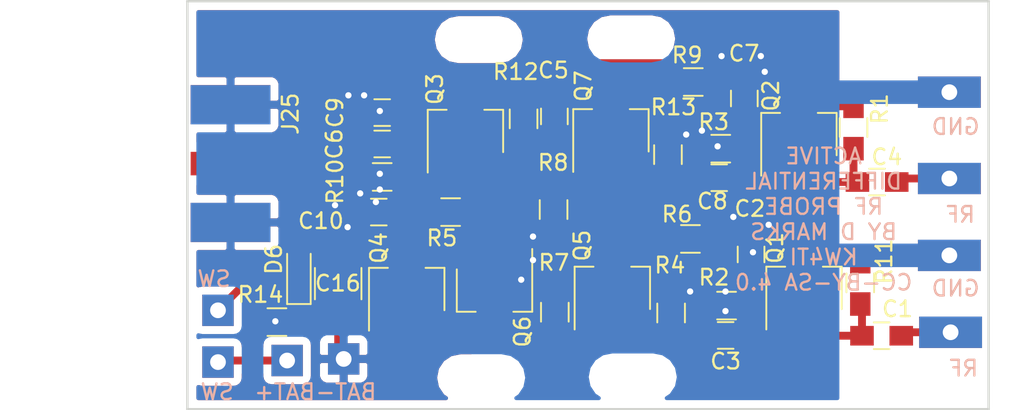
<source format=kicad_pcb>
(kicad_pcb (version 4) (host pcbnew 4.0.7)

  (general
    (links 79)
    (no_connects 0)
    (area 62.924999 77.924999 114.075001 104.075001)
    (thickness 1.6)
    (drawings 13)
    (tracks 205)
    (zones 0)
    (modules 46)
    (nets 22)
  )

  (page A4)
  (layers
    (0 F.Cu signal)
    (31 B.Cu signal)
    (32 B.Adhes user)
    (33 F.Adhes user)
    (34 B.Paste user)
    (35 F.Paste user)
    (36 B.SilkS user)
    (37 F.SilkS user)
    (38 B.Mask user)
    (39 F.Mask user)
    (40 Dwgs.User user)
    (41 Cmts.User user)
    (42 Eco1.User user)
    (43 Eco2.User user)
    (44 Edge.Cuts user)
    (45 Margin user)
    (46 B.CrtYd user)
    (47 F.CrtYd user)
    (48 B.Fab user)
    (49 F.Fab user)
  )

  (setup
    (last_trace_width 0.5)
    (user_trace_width 0.35)
    (user_trace_width 0.5)
    (user_trace_width 1.5)
    (trace_clearance 0.2)
    (zone_clearance 0.5)
    (zone_45_only yes)
    (trace_min 0.2)
    (segment_width 0.2)
    (edge_width 0.15)
    (via_size 0.6)
    (via_drill 0.4)
    (via_min_size 0.4)
    (via_min_drill 0.3)
    (uvia_size 0.3)
    (uvia_drill 0.1)
    (uvias_allowed no)
    (uvia_min_size 0.2)
    (uvia_min_drill 0.1)
    (pcb_text_width 0.3)
    (pcb_text_size 1.5 1.5)
    (mod_edge_width 0.15)
    (mod_text_size 1 1)
    (mod_text_width 0.15)
    (pad_size 4 2)
    (pad_drill 1)
    (pad_to_mask_clearance 0.2)
    (aux_axis_origin 0 0)
    (visible_elements 7FFFFFFF)
    (pcbplotparams
      (layerselection 0x010f0_80000001)
      (usegerberextensions false)
      (excludeedgelayer true)
      (linewidth 0.100000)
      (plotframeref false)
      (viasonmask false)
      (mode 1)
      (useauxorigin false)
      (hpglpennumber 1)
      (hpglpenspeed 20)
      (hpglpendiameter 15)
      (hpglpenoverlay 2)
      (psnegative false)
      (psa4output false)
      (plotreference true)
      (plotvalue true)
      (plotinvisibletext false)
      (padsonsilk false)
      (subtractmaskfromsilk false)
      (outputformat 1)
      (mirror false)
      (drillshape 0)
      (scaleselection 1)
      (outputdirectory gerber))
  )

  (net 0 "")
  (net 1 GND)
  (net 2 "Net-(C1-Pad1)")
  (net 3 "Net-(C1-Pad2)")
  (net 4 "Net-(C3-Pad1)")
  (net 5 "Net-(C3-Pad2)")
  (net 6 "Net-(C5-Pad1)")
  (net 7 "Net-(C5-Pad2)")
  (net 8 "Net-(C6-Pad1)")
  (net 9 "Net-(C6-Pad2)")
  (net 10 "Net-(C8-Pad2)")
  (net 11 +9V)
  (net 12 "Net-(D6-Pad1)")
  (net 13 "Net-(J18-Pad1)")
  (net 14 "Net-(C4-Pad1)")
  (net 15 "Net-(C4-Pad2)")
  (net 16 "Net-(C8-Pad1)")
  (net 17 "Net-(Q4-Pad2)")
  (net 18 "Net-(Q5-Pad1)")
  (net 19 "Net-(Q5-Pad2)")
  (net 20 "Net-(Q6-Pad2)")
  (net 21 "Net-(Q7-Pad1)")

  (net_class Default "This is the default net class."
    (clearance 0.2)
    (trace_width 0.25)
    (via_dia 0.6)
    (via_drill 0.4)
    (uvia_dia 0.3)
    (uvia_drill 0.1)
    (add_net +9V)
    (add_net GND)
    (add_net "Net-(C1-Pad1)")
    (add_net "Net-(C1-Pad2)")
    (add_net "Net-(C3-Pad1)")
    (add_net "Net-(C3-Pad2)")
    (add_net "Net-(C4-Pad1)")
    (add_net "Net-(C4-Pad2)")
    (add_net "Net-(C5-Pad1)")
    (add_net "Net-(C5-Pad2)")
    (add_net "Net-(C6-Pad1)")
    (add_net "Net-(C6-Pad2)")
    (add_net "Net-(C8-Pad1)")
    (add_net "Net-(C8-Pad2)")
    (add_net "Net-(D6-Pad1)")
    (add_net "Net-(J18-Pad1)")
    (add_net "Net-(Q4-Pad2)")
    (add_net "Net-(Q5-Pad1)")
    (add_net "Net-(Q5-Pad2)")
    (add_net "Net-(Q6-Pad2)")
    (add_net "Net-(Q7-Pad1)")
  )

  (module Resistors_SMD:R_0805_HandSoldering (layer F.Cu) (tedit 5E9F786C) (tstamp 5E9BA51D)
    (at 75.4 89.2 180)
    (descr "Resistor SMD 0805, hand soldering")
    (tags "resistor 0805")
    (path /5E9BA0AA)
    (attr smd)
    (fp_text reference R10 (at 3 -0.3 270) (layer F.SilkS)
      (effects (font (size 1 1) (thickness 0.15)))
    )
    (fp_text value 220R (at 0 1.75 180) (layer F.Fab)
      (effects (font (size 1 1) (thickness 0.15)))
    )
    (fp_text user %R (at 0 0 180) (layer F.Fab)
      (effects (font (size 0.5 0.5) (thickness 0.075)))
    )
    (fp_line (start -1 0.62) (end -1 -0.62) (layer F.Fab) (width 0.1))
    (fp_line (start 1 0.62) (end -1 0.62) (layer F.Fab) (width 0.1))
    (fp_line (start 1 -0.62) (end 1 0.62) (layer F.Fab) (width 0.1))
    (fp_line (start -1 -0.62) (end 1 -0.62) (layer F.Fab) (width 0.1))
    (fp_line (start 0.6 0.88) (end -0.6 0.88) (layer F.SilkS) (width 0.12))
    (fp_line (start -0.6 -0.88) (end 0.6 -0.88) (layer F.SilkS) (width 0.12))
    (fp_line (start -2.35 -0.9) (end 2.35 -0.9) (layer F.CrtYd) (width 0.05))
    (fp_line (start -2.35 -0.9) (end -2.35 0.9) (layer F.CrtYd) (width 0.05))
    (fp_line (start 2.35 0.9) (end 2.35 -0.9) (layer F.CrtYd) (width 0.05))
    (fp_line (start 2.35 0.9) (end -2.35 0.9) (layer F.CrtYd) (width 0.05))
    (pad 1 smd rect (at -1.35 0 180) (size 1.5 1.3) (layers F.Cu F.Paste F.Mask)
      (net 9 "Net-(C6-Pad2)"))
    (pad 2 smd rect (at 1.35 0 180) (size 1.5 1.3) (layers F.Cu F.Paste F.Mask)
      (net 1 GND))
    (model ${KISYS3DMOD}/Resistors_SMD.3dshapes/R_0805.wrl
      (at (xyz 0 0 0))
      (scale (xyz 1 1 1))
      (rotate (xyz 0 0 0))
    )
  )

  (module Capacitors_SMD:C_0805_HandSoldering (layer F.Cu) (tedit 5E9F71E2) (tstamp 5E9BA2BC)
    (at 107.19 99.32)
    (descr "Capacitor SMD 0805, hand soldering")
    (tags "capacitor 0805")
    (path /5E9B8F9D)
    (attr smd)
    (fp_text reference C1 (at 1.006 -1.706 180) (layer F.SilkS)
      (effects (font (size 1 1) (thickness 0.15)))
    )
    (fp_text value "100 pF" (at 0 1.75) (layer F.Fab)
      (effects (font (size 1 1) (thickness 0.15)))
    )
    (fp_text user %R (at 0 -1.75) (layer F.Fab)
      (effects (font (size 1 1) (thickness 0.15)))
    )
    (fp_line (start -1 0.62) (end -1 -0.62) (layer F.Fab) (width 0.1))
    (fp_line (start 1 0.62) (end -1 0.62) (layer F.Fab) (width 0.1))
    (fp_line (start 1 -0.62) (end 1 0.62) (layer F.Fab) (width 0.1))
    (fp_line (start -1 -0.62) (end 1 -0.62) (layer F.Fab) (width 0.1))
    (fp_line (start 0.5 -0.85) (end -0.5 -0.85) (layer F.SilkS) (width 0.12))
    (fp_line (start -0.5 0.85) (end 0.5 0.85) (layer F.SilkS) (width 0.12))
    (fp_line (start -2.25 -0.88) (end 2.25 -0.88) (layer F.CrtYd) (width 0.05))
    (fp_line (start -2.25 -0.88) (end -2.25 0.87) (layer F.CrtYd) (width 0.05))
    (fp_line (start 2.25 0.87) (end 2.25 -0.88) (layer F.CrtYd) (width 0.05))
    (fp_line (start 2.25 0.87) (end -2.25 0.87) (layer F.CrtYd) (width 0.05))
    (pad 1 smd rect (at -1.25 0) (size 1.5 1.25) (layers F.Cu F.Paste F.Mask)
      (net 2 "Net-(C1-Pad1)"))
    (pad 2 smd rect (at 1.25 0) (size 1.5 1.25) (layers F.Cu F.Paste F.Mask)
      (net 3 "Net-(C1-Pad2)"))
    (model Capacitors_SMD.3dshapes/C_0805.wrl
      (at (xyz 0 0 0))
      (scale (xyz 1 1 1))
      (rotate (xyz 0 0 0))
    )
  )

  (module Capacitors_SMD:C_0805_HandSoldering (layer F.Cu) (tedit 5E9F7350) (tstamp 5E9BA2DE)
    (at 97.26 99.3)
    (descr "Capacitor SMD 0805, hand soldering")
    (tags "capacitor 0805")
    (path /5E9B92CF)
    (attr smd)
    (fp_text reference C3 (at 0 1.65) (layer F.SilkS)
      (effects (font (size 1 1) (thickness 0.15)))
    )
    (fp_text value "10 nF" (at 0 1.75) (layer F.Fab)
      (effects (font (size 1 1) (thickness 0.15)))
    )
    (fp_text user %R (at 0 -1.75) (layer F.Fab)
      (effects (font (size 1 1) (thickness 0.15)))
    )
    (fp_line (start -1 0.62) (end -1 -0.62) (layer F.Fab) (width 0.1))
    (fp_line (start 1 0.62) (end -1 0.62) (layer F.Fab) (width 0.1))
    (fp_line (start 1 -0.62) (end 1 0.62) (layer F.Fab) (width 0.1))
    (fp_line (start -1 -0.62) (end 1 -0.62) (layer F.Fab) (width 0.1))
    (fp_line (start 0.5 -0.85) (end -0.5 -0.85) (layer F.SilkS) (width 0.12))
    (fp_line (start -0.5 0.85) (end 0.5 0.85) (layer F.SilkS) (width 0.12))
    (fp_line (start -2.25 -0.88) (end 2.25 -0.88) (layer F.CrtYd) (width 0.05))
    (fp_line (start -2.25 -0.88) (end -2.25 0.87) (layer F.CrtYd) (width 0.05))
    (fp_line (start 2.25 0.87) (end 2.25 -0.88) (layer F.CrtYd) (width 0.05))
    (fp_line (start 2.25 0.87) (end -2.25 0.87) (layer F.CrtYd) (width 0.05))
    (pad 1 smd rect (at -1.25 0) (size 1.5 1.25) (layers F.Cu F.Paste F.Mask)
      (net 4 "Net-(C3-Pad1)"))
    (pad 2 smd rect (at 1.25 0) (size 1.5 1.25) (layers F.Cu F.Paste F.Mask)
      (net 5 "Net-(C3-Pad2)"))
    (model Capacitors_SMD.3dshapes/C_0805.wrl
      (at (xyz 0 0 0))
      (scale (xyz 1 1 1))
      (rotate (xyz 0 0 0))
    )
  )

  (module Capacitors_SMD:C_0805_HandSoldering (layer F.Cu) (tedit 5E9F7799) (tstamp 5E9BA300)
    (at 86.36 85.344 90)
    (descr "Capacitor SMD 0805, hand soldering")
    (tags "capacitor 0805")
    (path /5E9B996F)
    (attr smd)
    (fp_text reference C5 (at 2.944 -0.06 180) (layer F.SilkS)
      (effects (font (size 1 1) (thickness 0.15)))
    )
    (fp_text value "10 nF" (at 0 1.75 90) (layer F.Fab)
      (effects (font (size 1 1) (thickness 0.15)))
    )
    (fp_text user %R (at -3.09 1.625 90) (layer F.Fab)
      (effects (font (size 1 1) (thickness 0.15)))
    )
    (fp_line (start -1 0.62) (end -1 -0.62) (layer F.Fab) (width 0.1))
    (fp_line (start 1 0.62) (end -1 0.62) (layer F.Fab) (width 0.1))
    (fp_line (start 1 -0.62) (end 1 0.62) (layer F.Fab) (width 0.1))
    (fp_line (start -1 -0.62) (end 1 -0.62) (layer F.Fab) (width 0.1))
    (fp_line (start 0.5 -0.85) (end -0.5 -0.85) (layer F.SilkS) (width 0.12))
    (fp_line (start -0.5 0.85) (end 0.5 0.85) (layer F.SilkS) (width 0.12))
    (fp_line (start -2.25 -0.88) (end 2.25 -0.88) (layer F.CrtYd) (width 0.05))
    (fp_line (start -2.25 -0.88) (end -2.25 0.87) (layer F.CrtYd) (width 0.05))
    (fp_line (start 2.25 0.87) (end 2.25 -0.88) (layer F.CrtYd) (width 0.05))
    (fp_line (start 2.25 0.87) (end -2.25 0.87) (layer F.CrtYd) (width 0.05))
    (pad 1 smd rect (at -1.25 0 90) (size 1.5 1.25) (layers F.Cu F.Paste F.Mask)
      (net 6 "Net-(C5-Pad1)"))
    (pad 2 smd rect (at 1.25 0 90) (size 1.5 1.25) (layers F.Cu F.Paste F.Mask)
      (net 7 "Net-(C5-Pad2)"))
    (model Capacitors_SMD.3dshapes/C_0805.wrl
      (at (xyz 0 0 0))
      (scale (xyz 1 1 1))
      (rotate (xyz 0 0 0))
    )
  )

  (module Capacitors_SMD:C_0805_HandSoldering (layer F.Cu) (tedit 5E9CB4CA) (tstamp 5E9BA311)
    (at 75.4 87.1)
    (descr "Capacitor SMD 0805, hand soldering")
    (tags "capacitor 0805")
    (path /5E9B9FF2)
    (attr smd)
    (fp_text reference C6 (at -3.048 0 270) (layer F.SilkS)
      (effects (font (size 1 1) (thickness 0.15)))
    )
    (fp_text value "10 nF" (at 0 1.75) (layer F.Fab)
      (effects (font (size 1 1) (thickness 0.15)))
    )
    (fp_text user %R (at 0 -1.75) (layer F.Fab)
      (effects (font (size 1 1) (thickness 0.15)))
    )
    (fp_line (start -1 0.62) (end -1 -0.62) (layer F.Fab) (width 0.1))
    (fp_line (start 1 0.62) (end -1 0.62) (layer F.Fab) (width 0.1))
    (fp_line (start 1 -0.62) (end 1 0.62) (layer F.Fab) (width 0.1))
    (fp_line (start -1 -0.62) (end 1 -0.62) (layer F.Fab) (width 0.1))
    (fp_line (start 0.5 -0.85) (end -0.5 -0.85) (layer F.SilkS) (width 0.12))
    (fp_line (start -0.5 0.85) (end 0.5 0.85) (layer F.SilkS) (width 0.12))
    (fp_line (start -2.25 -0.88) (end 2.25 -0.88) (layer F.CrtYd) (width 0.05))
    (fp_line (start -2.25 -0.88) (end -2.25 0.87) (layer F.CrtYd) (width 0.05))
    (fp_line (start 2.25 0.87) (end 2.25 -0.88) (layer F.CrtYd) (width 0.05))
    (fp_line (start 2.25 0.87) (end -2.25 0.87) (layer F.CrtYd) (width 0.05))
    (pad 1 smd rect (at -1.25 0) (size 1.5 1.25) (layers F.Cu F.Paste F.Mask)
      (net 8 "Net-(C6-Pad1)"))
    (pad 2 smd rect (at 1.25 0) (size 1.5 1.25) (layers F.Cu F.Paste F.Mask)
      (net 9 "Net-(C6-Pad2)"))
    (model Capacitors_SMD.3dshapes/C_0805.wrl
      (at (xyz 0 0 0))
      (scale (xyz 1 1 1))
      (rotate (xyz 0 0 0))
    )
  )

  (module Capacitors_SMD:C_0805_HandSoldering (layer F.Cu) (tedit 5E9F74F0) (tstamp 5E9BA333)
    (at 96.85 89.25)
    (descr "Capacitor SMD 0805, hand soldering")
    (tags "capacitor 0805")
    (path /5E9F6888)
    (attr smd)
    (fp_text reference C8 (at -0.43 1.5 180) (layer F.SilkS)
      (effects (font (size 1 1) (thickness 0.15)))
    )
    (fp_text value "10 nF" (at 0 1.75) (layer F.Fab)
      (effects (font (size 1 1) (thickness 0.15)))
    )
    (fp_text user %R (at 0 -1.75) (layer F.Fab)
      (effects (font (size 1 1) (thickness 0.15)))
    )
    (fp_line (start -1 0.62) (end -1 -0.62) (layer F.Fab) (width 0.1))
    (fp_line (start 1 0.62) (end -1 0.62) (layer F.Fab) (width 0.1))
    (fp_line (start 1 -0.62) (end 1 0.62) (layer F.Fab) (width 0.1))
    (fp_line (start -1 -0.62) (end 1 -0.62) (layer F.Fab) (width 0.1))
    (fp_line (start 0.5 -0.85) (end -0.5 -0.85) (layer F.SilkS) (width 0.12))
    (fp_line (start -0.5 0.85) (end 0.5 0.85) (layer F.SilkS) (width 0.12))
    (fp_line (start -2.25 -0.88) (end 2.25 -0.88) (layer F.CrtYd) (width 0.05))
    (fp_line (start -2.25 -0.88) (end -2.25 0.87) (layer F.CrtYd) (width 0.05))
    (fp_line (start 2.25 0.87) (end 2.25 -0.88) (layer F.CrtYd) (width 0.05))
    (fp_line (start 2.25 0.87) (end -2.25 0.87) (layer F.CrtYd) (width 0.05))
    (pad 1 smd rect (at -1.25 0) (size 1.5 1.25) (layers F.Cu F.Paste F.Mask)
      (net 16 "Net-(C8-Pad1)"))
    (pad 2 smd rect (at 1.25 0) (size 1.5 1.25) (layers F.Cu F.Paste F.Mask)
      (net 10 "Net-(C8-Pad2)"))
    (model Capacitors_SMD.3dshapes/C_0805.wrl
      (at (xyz 0 0 0))
      (scale (xyz 1 1 1))
      (rotate (xyz 0 0 0))
    )
  )

  (module Capacitors_SMD:C_0805_HandSoldering (layer F.Cu) (tedit 5E9F7851) (tstamp 5E9BA344)
    (at 75.4 85.1)
    (descr "Capacitor SMD 0805, hand soldering")
    (tags "capacitor 0805")
    (path /5E9DA361)
    (attr smd)
    (fp_text reference C9 (at -3 0 90) (layer F.SilkS)
      (effects (font (size 1 1) (thickness 0.15)))
    )
    (fp_text value "100 nF" (at 0 1.75) (layer F.Fab)
      (effects (font (size 1 1) (thickness 0.15)))
    )
    (fp_text user %R (at 0 -1.75) (layer F.Fab)
      (effects (font (size 1 1) (thickness 0.15)))
    )
    (fp_line (start -1 0.62) (end -1 -0.62) (layer F.Fab) (width 0.1))
    (fp_line (start 1 0.62) (end -1 0.62) (layer F.Fab) (width 0.1))
    (fp_line (start 1 -0.62) (end 1 0.62) (layer F.Fab) (width 0.1))
    (fp_line (start -1 -0.62) (end 1 -0.62) (layer F.Fab) (width 0.1))
    (fp_line (start 0.5 -0.85) (end -0.5 -0.85) (layer F.SilkS) (width 0.12))
    (fp_line (start -0.5 0.85) (end 0.5 0.85) (layer F.SilkS) (width 0.12))
    (fp_line (start -2.25 -0.88) (end 2.25 -0.88) (layer F.CrtYd) (width 0.05))
    (fp_line (start -2.25 -0.88) (end -2.25 0.87) (layer F.CrtYd) (width 0.05))
    (fp_line (start 2.25 0.87) (end 2.25 -0.88) (layer F.CrtYd) (width 0.05))
    (fp_line (start 2.25 0.87) (end -2.25 0.87) (layer F.CrtYd) (width 0.05))
    (pad 1 smd rect (at -1.25 0) (size 1.5 1.25) (layers F.Cu F.Paste F.Mask)
      (net 1 GND))
    (pad 2 smd rect (at 1.25 0) (size 1.5 1.25) (layers F.Cu F.Paste F.Mask)
      (net 11 +9V))
    (model Capacitors_SMD.3dshapes/C_0805.wrl
      (at (xyz 0 0 0))
      (scale (xyz 1 1 1))
      (rotate (xyz 0 0 0))
    )
  )

  (module Resistors_SMD:R_0805_HandSoldering (layer F.Cu) (tedit 5E9F7353) (tstamp 5E9BA495)
    (at 97.32 97.4 180)
    (descr "Resistor SMD 0805, hand soldering")
    (tags "resistor 0805")
    (path /5E9B90CE)
    (attr smd)
    (fp_text reference R2 (at 0.8 1.8 180) (layer F.SilkS)
      (effects (font (size 1 1) (thickness 0.15)))
    )
    (fp_text value 220R (at 0 1.75 180) (layer F.Fab)
      (effects (font (size 1 1) (thickness 0.15)))
    )
    (fp_text user %R (at 0 0 180) (layer F.Fab)
      (effects (font (size 0.5 0.5) (thickness 0.075)))
    )
    (fp_line (start -1 0.62) (end -1 -0.62) (layer F.Fab) (width 0.1))
    (fp_line (start 1 0.62) (end -1 0.62) (layer F.Fab) (width 0.1))
    (fp_line (start 1 -0.62) (end 1 0.62) (layer F.Fab) (width 0.1))
    (fp_line (start -1 -0.62) (end 1 -0.62) (layer F.Fab) (width 0.1))
    (fp_line (start 0.6 0.88) (end -0.6 0.88) (layer F.SilkS) (width 0.12))
    (fp_line (start -0.6 -0.88) (end 0.6 -0.88) (layer F.SilkS) (width 0.12))
    (fp_line (start -2.35 -0.9) (end 2.35 -0.9) (layer F.CrtYd) (width 0.05))
    (fp_line (start -2.35 -0.9) (end -2.35 0.9) (layer F.CrtYd) (width 0.05))
    (fp_line (start 2.35 0.9) (end 2.35 -0.9) (layer F.CrtYd) (width 0.05))
    (fp_line (start 2.35 0.9) (end -2.35 0.9) (layer F.CrtYd) (width 0.05))
    (pad 1 smd rect (at -1.35 0 180) (size 1.5 1.3) (layers F.Cu F.Paste F.Mask)
      (net 5 "Net-(C3-Pad2)"))
    (pad 2 smd rect (at 1.35 0 180) (size 1.5 1.3) (layers F.Cu F.Paste F.Mask)
      (net 1 GND))
    (model ${KISYS3DMOD}/Resistors_SMD.3dshapes/R_0805.wrl
      (at (xyz 0 0 0))
      (scale (xyz 1 1 1))
      (rotate (xyz 0 0 0))
    )
  )

  (module Resistors_SMD:R_0805_HandSoldering (layer F.Cu) (tedit 5E9F74E9) (tstamp 5E9BA4B7)
    (at 93.79 97.87 90)
    (descr "Resistor SMD 0805, hand soldering")
    (tags "resistor 0805")
    (path /5E9F83E2)
    (attr smd)
    (fp_text reference R4 (at 3.04 -0.08 360) (layer F.SilkS)
      (effects (font (size 1 1) (thickness 0.15)))
    )
    (fp_text value 10k (at 0 1.75 90) (layer F.Fab)
      (effects (font (size 1 1) (thickness 0.15)))
    )
    (fp_text user %R (at 0 0 90) (layer F.Fab)
      (effects (font (size 0.5 0.5) (thickness 0.075)))
    )
    (fp_line (start -1 0.62) (end -1 -0.62) (layer F.Fab) (width 0.1))
    (fp_line (start 1 0.62) (end -1 0.62) (layer F.Fab) (width 0.1))
    (fp_line (start 1 -0.62) (end 1 0.62) (layer F.Fab) (width 0.1))
    (fp_line (start -1 -0.62) (end 1 -0.62) (layer F.Fab) (width 0.1))
    (fp_line (start 0.6 0.88) (end -0.6 0.88) (layer F.SilkS) (width 0.12))
    (fp_line (start -0.6 -0.88) (end 0.6 -0.88) (layer F.SilkS) (width 0.12))
    (fp_line (start -2.35 -0.9) (end 2.35 -0.9) (layer F.CrtYd) (width 0.05))
    (fp_line (start -2.35 -0.9) (end -2.35 0.9) (layer F.CrtYd) (width 0.05))
    (fp_line (start 2.35 0.9) (end 2.35 -0.9) (layer F.CrtYd) (width 0.05))
    (fp_line (start 2.35 0.9) (end -2.35 0.9) (layer F.CrtYd) (width 0.05))
    (pad 1 smd rect (at -1.35 0 90) (size 1.5 1.3) (layers F.Cu F.Paste F.Mask)
      (net 4 "Net-(C3-Pad1)"))
    (pad 2 smd rect (at 1.35 0 90) (size 1.5 1.3) (layers F.Cu F.Paste F.Mask)
      (net 11 +9V))
    (model ${KISYS3DMOD}/Resistors_SMD.3dshapes/R_0805.wrl
      (at (xyz 0 0 0))
      (scale (xyz 1 1 1))
      (rotate (xyz 0 0 0))
    )
  )

  (module Resistors_SMD:R_0805_HandSoldering (layer F.Cu) (tedit 5E9F7CAC) (tstamp 5E9BA4C8)
    (at 79.756 91.44)
    (descr "Resistor SMD 0805, hand soldering")
    (tags "resistor 0805")
    (path /5E9F7488)
    (attr smd)
    (fp_text reference R5 (at -0.556 1.66) (layer F.SilkS)
      (effects (font (size 1 1) (thickness 0.15)))
    )
    (fp_text value 220R (at 0 1.75) (layer F.Fab)
      (effects (font (size 1 1) (thickness 0.15)))
    )
    (fp_text user %R (at 0 0) (layer F.Fab)
      (effects (font (size 0.5 0.5) (thickness 0.075)))
    )
    (fp_line (start -1 0.62) (end -1 -0.62) (layer F.Fab) (width 0.1))
    (fp_line (start 1 0.62) (end -1 0.62) (layer F.Fab) (width 0.1))
    (fp_line (start 1 -0.62) (end 1 0.62) (layer F.Fab) (width 0.1))
    (fp_line (start -1 -0.62) (end 1 -0.62) (layer F.Fab) (width 0.1))
    (fp_line (start 0.6 0.88) (end -0.6 0.88) (layer F.SilkS) (width 0.12))
    (fp_line (start -0.6 -0.88) (end 0.6 -0.88) (layer F.SilkS) (width 0.12))
    (fp_line (start -2.35 -0.9) (end 2.35 -0.9) (layer F.CrtYd) (width 0.05))
    (fp_line (start -2.35 -0.9) (end -2.35 0.9) (layer F.CrtYd) (width 0.05))
    (fp_line (start 2.35 0.9) (end 2.35 -0.9) (layer F.CrtYd) (width 0.05))
    (fp_line (start 2.35 0.9) (end -2.35 0.9) (layer F.CrtYd) (width 0.05))
    (pad 1 smd rect (at -1.35 0) (size 1.5 1.3) (layers F.Cu F.Paste F.Mask)
      (net 11 +9V))
    (pad 2 smd rect (at 1.35 0) (size 1.5 1.3) (layers F.Cu F.Paste F.Mask)
      (net 17 "Net-(Q4-Pad2)"))
    (model ${KISYS3DMOD}/Resistors_SMD.3dshapes/R_0805.wrl
      (at (xyz 0 0 0))
      (scale (xyz 1 1 1))
      (rotate (xyz 0 0 0))
    )
  )

  (module Resistors_SMD:R_0805_HandSoldering (layer F.Cu) (tedit 5E9F7495) (tstamp 5E9BA4D9)
    (at 95.02 93.15)
    (descr "Resistor SMD 0805, hand soldering")
    (tags "resistor 0805")
    (path /5E9F8AB4)
    (attr smd)
    (fp_text reference R6 (at -0.85 -1.57 180) (layer F.SilkS)
      (effects (font (size 1 1) (thickness 0.15)))
    )
    (fp_text value 100R (at 0 1.75) (layer F.Fab)
      (effects (font (size 1 1) (thickness 0.15)))
    )
    (fp_text user %R (at 0 0) (layer F.Fab)
      (effects (font (size 0.5 0.5) (thickness 0.075)))
    )
    (fp_line (start -1 0.62) (end -1 -0.62) (layer F.Fab) (width 0.1))
    (fp_line (start 1 0.62) (end -1 0.62) (layer F.Fab) (width 0.1))
    (fp_line (start 1 -0.62) (end 1 0.62) (layer F.Fab) (width 0.1))
    (fp_line (start -1 -0.62) (end 1 -0.62) (layer F.Fab) (width 0.1))
    (fp_line (start 0.6 0.88) (end -0.6 0.88) (layer F.SilkS) (width 0.12))
    (fp_line (start -0.6 -0.88) (end 0.6 -0.88) (layer F.SilkS) (width 0.12))
    (fp_line (start -2.35 -0.9) (end 2.35 -0.9) (layer F.CrtYd) (width 0.05))
    (fp_line (start -2.35 -0.9) (end -2.35 0.9) (layer F.CrtYd) (width 0.05))
    (fp_line (start 2.35 0.9) (end 2.35 -0.9) (layer F.CrtYd) (width 0.05))
    (fp_line (start 2.35 0.9) (end -2.35 0.9) (layer F.CrtYd) (width 0.05))
    (pad 1 smd rect (at -1.35 0) (size 1.5 1.3) (layers F.Cu F.Paste F.Mask)
      (net 19 "Net-(Q5-Pad2)"))
    (pad 2 smd rect (at 1.35 0) (size 1.5 1.3) (layers F.Cu F.Paste F.Mask)
      (net 11 +9V))
    (model ${KISYS3DMOD}/Resistors_SMD.3dshapes/R_0805.wrl
      (at (xyz 0 0 0))
      (scale (xyz 1 1 1))
      (rotate (xyz 0 0 0))
    )
  )

  (module Resistors_SMD:R_0805_HandSoldering (layer F.Cu) (tedit 5E9F7452) (tstamp 5E9BA50C)
    (at 95.2 83.15)
    (descr "Resistor SMD 0805, hand soldering")
    (tags "resistor 0805")
    (path /5E9F8B99)
    (attr smd)
    (fp_text reference R9 (at -0.39 -1.71) (layer F.SilkS)
      (effects (font (size 1 1) (thickness 0.15)))
    )
    (fp_text value 100R (at 0 1.75) (layer F.Fab)
      (effects (font (size 1 1) (thickness 0.15)))
    )
    (fp_text user %R (at 0 0) (layer F.Fab)
      (effects (font (size 0.5 0.5) (thickness 0.075)))
    )
    (fp_line (start -1 0.62) (end -1 -0.62) (layer F.Fab) (width 0.1))
    (fp_line (start 1 0.62) (end -1 0.62) (layer F.Fab) (width 0.1))
    (fp_line (start 1 -0.62) (end 1 0.62) (layer F.Fab) (width 0.1))
    (fp_line (start -1 -0.62) (end 1 -0.62) (layer F.Fab) (width 0.1))
    (fp_line (start 0.6 0.88) (end -0.6 0.88) (layer F.SilkS) (width 0.12))
    (fp_line (start -0.6 -0.88) (end 0.6 -0.88) (layer F.SilkS) (width 0.12))
    (fp_line (start -2.35 -0.9) (end 2.35 -0.9) (layer F.CrtYd) (width 0.05))
    (fp_line (start -2.35 -0.9) (end -2.35 0.9) (layer F.CrtYd) (width 0.05))
    (fp_line (start 2.35 0.9) (end 2.35 -0.9) (layer F.CrtYd) (width 0.05))
    (fp_line (start 2.35 0.9) (end -2.35 0.9) (layer F.CrtYd) (width 0.05))
    (pad 1 smd rect (at -1.35 0) (size 1.5 1.3) (layers F.Cu F.Paste F.Mask)
      (net 7 "Net-(C5-Pad2)"))
    (pad 2 smd rect (at 1.35 0) (size 1.5 1.3) (layers F.Cu F.Paste F.Mask)
      (net 11 +9V))
    (model ${KISYS3DMOD}/Resistors_SMD.3dshapes/R_0805.wrl
      (at (xyz 0 0 0))
      (scale (xyz 1 1 1))
      (rotate (xyz 0 0 0))
    )
  )

  (module Resistors_SMD:R_0805_HandSoldering (layer F.Cu) (tedit 5E9F793E) (tstamp 5E9BEE8E)
    (at 68.7 98.45 180)
    (descr "Resistor SMD 0805, hand soldering")
    (tags "resistor 0805")
    (path /5E9CFE0C)
    (attr smd)
    (fp_text reference R14 (at 1.05 1.75 360) (layer F.SilkS)
      (effects (font (size 1 1) (thickness 0.15)))
    )
    (fp_text value 1k (at 0 1.75 180) (layer F.Fab)
      (effects (font (size 1 1) (thickness 0.15)))
    )
    (fp_text user %R (at 0 0 180) (layer F.Fab)
      (effects (font (size 0.5 0.5) (thickness 0.075)))
    )
    (fp_line (start -1 0.62) (end -1 -0.62) (layer F.Fab) (width 0.1))
    (fp_line (start 1 0.62) (end -1 0.62) (layer F.Fab) (width 0.1))
    (fp_line (start 1 -0.62) (end 1 0.62) (layer F.Fab) (width 0.1))
    (fp_line (start -1 -0.62) (end 1 -0.62) (layer F.Fab) (width 0.1))
    (fp_line (start 0.6 0.88) (end -0.6 0.88) (layer F.SilkS) (width 0.12))
    (fp_line (start -0.6 -0.88) (end 0.6 -0.88) (layer F.SilkS) (width 0.12))
    (fp_line (start -2.35 -0.9) (end 2.35 -0.9) (layer F.CrtYd) (width 0.05))
    (fp_line (start -2.35 -0.9) (end -2.35 0.9) (layer F.CrtYd) (width 0.05))
    (fp_line (start 2.35 0.9) (end 2.35 -0.9) (layer F.CrtYd) (width 0.05))
    (fp_line (start 2.35 0.9) (end -2.35 0.9) (layer F.CrtYd) (width 0.05))
    (pad 1 smd rect (at -1.35 0 180) (size 1.5 1.3) (layers F.Cu F.Paste F.Mask)
      (net 12 "Net-(D6-Pad1)"))
    (pad 2 smd rect (at 1.35 0 180) (size 1.5 1.3) (layers F.Cu F.Paste F.Mask)
      (net 1 GND))
    (model ${KISYS3DMOD}/Resistors_SMD.3dshapes/R_0805.wrl
      (at (xyz 0 0 0))
      (scale (xyz 1 1 1))
      (rotate (xyz 0 0 0))
    )
  )

  (module LEDs:LED_0805_HandSoldering (layer F.Cu) (tedit 5E9F7947) (tstamp 5E9C7C2F)
    (at 70.1 95.1 90)
    (descr "Resistor SMD 0805, hand soldering")
    (tags "resistor 0805")
    (path /5E9CFCFE)
    (attr smd)
    (fp_text reference D6 (at 0.65 -1.6 90) (layer F.SilkS)
      (effects (font (size 1 1) (thickness 0.15)))
    )
    (fp_text value LED (at 0 1.75 90) (layer F.Fab)
      (effects (font (size 1 1) (thickness 0.15)))
    )
    (fp_line (start -0.4 -0.4) (end -0.4 0.4) (layer F.Fab) (width 0.1))
    (fp_line (start -0.4 0) (end 0.2 -0.4) (layer F.Fab) (width 0.1))
    (fp_line (start 0.2 0.4) (end -0.4 0) (layer F.Fab) (width 0.1))
    (fp_line (start 0.2 -0.4) (end 0.2 0.4) (layer F.Fab) (width 0.1))
    (fp_line (start -1 0.62) (end -1 -0.62) (layer F.Fab) (width 0.1))
    (fp_line (start 1 0.62) (end -1 0.62) (layer F.Fab) (width 0.1))
    (fp_line (start 1 -0.62) (end 1 0.62) (layer F.Fab) (width 0.1))
    (fp_line (start -1 -0.62) (end 1 -0.62) (layer F.Fab) (width 0.1))
    (fp_line (start 1 0.75) (end -2.2 0.75) (layer F.SilkS) (width 0.12))
    (fp_line (start -2.2 -0.75) (end 1 -0.75) (layer F.SilkS) (width 0.12))
    (fp_line (start -2.35 -0.9) (end 2.35 -0.9) (layer F.CrtYd) (width 0.05))
    (fp_line (start -2.35 -0.9) (end -2.35 0.9) (layer F.CrtYd) (width 0.05))
    (fp_line (start 2.35 0.9) (end 2.35 -0.9) (layer F.CrtYd) (width 0.05))
    (fp_line (start 2.35 0.9) (end -2.35 0.9) (layer F.CrtYd) (width 0.05))
    (fp_line (start -2.2 -0.75) (end -2.2 0.75) (layer F.SilkS) (width 0.12))
    (pad 1 smd rect (at -1.35 0 90) (size 1.5 1.3) (layers F.Cu F.Paste F.Mask)
      (net 12 "Net-(D6-Pad1)"))
    (pad 2 smd rect (at 1.35 0 90) (size 1.5 1.3) (layers F.Cu F.Paste F.Mask)
      (net 11 +9V))
    (model ${KISYS3DMOD}/LEDs.3dshapes/LED_0805.wrl
      (at (xyz 0 0 0))
      (scale (xyz 1 1 1))
      (rotate (xyz 0 0 0))
    )
  )

  (module Capacitors_SMD:C_1210_HandSoldering (layer F.Cu) (tedit 5E9C8E54) (tstamp 5E9C93E1)
    (at 72.6 96 90)
    (descr "Capacitor SMD 1210, hand soldering")
    (tags "capacitor 1210")
    (path /5E9C8938)
    (attr smd)
    (fp_text reference C16 (at 0.02 -0.02 180) (layer F.SilkS)
      (effects (font (size 1 1) (thickness 0.15)))
    )
    (fp_text value "22 uF" (at 0 2.5 90) (layer F.Fab)
      (effects (font (size 1 1) (thickness 0.15)))
    )
    (fp_text user %R (at 0 -2.25 90) (layer F.Fab)
      (effects (font (size 1 1) (thickness 0.15)))
    )
    (fp_line (start -1.6 1.25) (end -1.6 -1.25) (layer F.Fab) (width 0.1))
    (fp_line (start 1.6 1.25) (end -1.6 1.25) (layer F.Fab) (width 0.1))
    (fp_line (start 1.6 -1.25) (end 1.6 1.25) (layer F.Fab) (width 0.1))
    (fp_line (start -1.6 -1.25) (end 1.6 -1.25) (layer F.Fab) (width 0.1))
    (fp_line (start 1 -1.48) (end -1 -1.48) (layer F.SilkS) (width 0.12))
    (fp_line (start -1 1.48) (end 1 1.48) (layer F.SilkS) (width 0.12))
    (fp_line (start -3.25 -1.5) (end 3.25 -1.5) (layer F.CrtYd) (width 0.05))
    (fp_line (start -3.25 -1.5) (end -3.25 1.5) (layer F.CrtYd) (width 0.05))
    (fp_line (start 3.25 1.5) (end 3.25 -1.5) (layer F.CrtYd) (width 0.05))
    (fp_line (start 3.25 1.5) (end -3.25 1.5) (layer F.CrtYd) (width 0.05))
    (pad 1 smd rect (at -2 0 90) (size 2 2.5) (layers F.Cu F.Paste F.Mask)
      (net 1 GND))
    (pad 2 smd rect (at 2 0 90) (size 2 2.5) (layers F.Cu F.Paste F.Mask)
      (net 11 +9V))
    (model Capacitors_SMD.3dshapes/C_1210.wrl
      (at (xyz 0 0 0))
      (scale (xyz 1 1 1))
      (rotate (xyz 0 0 0))
    )
  )

  (module ActiveDifferentialProbe:BigSlot (layer F.Cu) (tedit 5E9F7750) (tstamp 5E9CA180)
    (at 91.35 101.95)
    (path /5E9C956B)
    (fp_text reference J20 (at 0.71 3.93) (layer F.SilkS) hide
      (effects (font (size 1 1) (thickness 0.15)))
    )
    (fp_text value Conn_01x01 (at 0 -0.5) (layer F.Fab)
      (effects (font (size 1 1) (thickness 0.15)))
    )
    (pad "" np_thru_hole oval (at 0 0) (size 4.5 2) (drill oval 4.5 2) (layers *.Cu *.Mask))
  )

  (module ActiveDifferentialProbe:BigSlot (layer F.Cu) (tedit 5E9C8A8B) (tstamp 5E9CA185)
    (at 81.7 102)
    (path /5E9C9668)
    (fp_text reference J21 (at 0 0.5) (layer F.SilkS) hide
      (effects (font (size 1 1) (thickness 0.15)))
    )
    (fp_text value Conn_01x01 (at 0 -0.5) (layer F.Fab)
      (effects (font (size 1 1) (thickness 0.15)))
    )
    (pad "" np_thru_hole oval (at 0 0) (size 4.5 2) (drill oval 4.5 2) (layers *.Cu *.Mask))
  )

  (module ActiveDifferentialProbe:BigSlot (layer F.Cu) (tedit 5E9C8A71) (tstamp 5E9CA18A)
    (at 91.25 80.4)
    (path /5E9C9A22)
    (fp_text reference J22 (at 0 0.5) (layer F.SilkS) hide
      (effects (font (size 1 1) (thickness 0.15)))
    )
    (fp_text value Conn_01x01 (at 0 -0.5) (layer F.Fab)
      (effects (font (size 1 1) (thickness 0.15)))
    )
    (pad "" np_thru_hole oval (at 0 0) (size 4.5 2) (drill oval 4.5 2) (layers *.Cu *.Mask))
  )

  (module ActiveDifferentialProbe:BigSlot (layer F.Cu) (tedit 5E9C8A7C) (tstamp 5E9CA18F)
    (at 81.55 80.45)
    (path /5E9C9927)
    (fp_text reference J23 (at 0 0.5) (layer F.SilkS) hide
      (effects (font (size 1 1) (thickness 0.15)))
    )
    (fp_text value Conn_01x01 (at 0 -0.5) (layer F.Fab)
      (effects (font (size 1 1) (thickness 0.15)))
    )
    (pad "" np_thru_hole oval (at 0 0) (size 4.5 2) (drill oval 4.5 2) (layers *.Cu *.Mask))
  )

  (module Capacitors_SMD:C_0805_HandSoldering (layer F.Cu) (tedit 5E9F74FA) (tstamp 5E9CB2A4)
    (at 98.88 94.14 270)
    (descr "Capacitor SMD 0805, hand soldering")
    (tags "capacitor 0805")
    (path /5E9D4EB3)
    (attr smd)
    (fp_text reference C2 (at -2.92 0.08 540) (layer F.SilkS)
      (effects (font (size 1 1) (thickness 0.15)))
    )
    (fp_text value "100 nF" (at 0 1.75 270) (layer F.Fab)
      (effects (font (size 1 1) (thickness 0.15)))
    )
    (fp_text user %R (at 0 -1.75 270) (layer F.Fab)
      (effects (font (size 1 1) (thickness 0.15)))
    )
    (fp_line (start -1 0.62) (end -1 -0.62) (layer F.Fab) (width 0.1))
    (fp_line (start 1 0.62) (end -1 0.62) (layer F.Fab) (width 0.1))
    (fp_line (start 1 -0.62) (end 1 0.62) (layer F.Fab) (width 0.1))
    (fp_line (start -1 -0.62) (end 1 -0.62) (layer F.Fab) (width 0.1))
    (fp_line (start 0.5 -0.85) (end -0.5 -0.85) (layer F.SilkS) (width 0.12))
    (fp_line (start -0.5 0.85) (end 0.5 0.85) (layer F.SilkS) (width 0.12))
    (fp_line (start -2.25 -0.88) (end 2.25 -0.88) (layer F.CrtYd) (width 0.05))
    (fp_line (start -2.25 -0.88) (end -2.25 0.87) (layer F.CrtYd) (width 0.05))
    (fp_line (start 2.25 0.87) (end 2.25 -0.88) (layer F.CrtYd) (width 0.05))
    (fp_line (start 2.25 0.87) (end -2.25 0.87) (layer F.CrtYd) (width 0.05))
    (pad 1 smd rect (at -1.25 0 270) (size 1.5 1.25) (layers F.Cu F.Paste F.Mask)
      (net 1 GND))
    (pad 2 smd rect (at 1.25 0 270) (size 1.5 1.25) (layers F.Cu F.Paste F.Mask)
      (net 11 +9V))
    (model Capacitors_SMD.3dshapes/C_0805.wrl
      (at (xyz 0 0 0))
      (scale (xyz 1 1 1))
      (rotate (xyz 0 0 0))
    )
  )

  (module Capacitors_SMD:C_0805_HandSoldering (layer F.Cu) (tedit 5E9F71E7) (tstamp 5E9CB2B4)
    (at 106.9 89.525)
    (descr "Capacitor SMD 0805, hand soldering")
    (tags "capacitor 0805")
    (path /5E9F6870)
    (attr smd)
    (fp_text reference C4 (at 0.62 -1.595 180) (layer F.SilkS)
      (effects (font (size 1 1) (thickness 0.15)))
    )
    (fp_text value "100 pF" (at 0 1.75) (layer F.Fab)
      (effects (font (size 1 1) (thickness 0.15)))
    )
    (fp_text user %R (at 0 -1.75) (layer F.Fab)
      (effects (font (size 1 1) (thickness 0.15)))
    )
    (fp_line (start -1 0.62) (end -1 -0.62) (layer F.Fab) (width 0.1))
    (fp_line (start 1 0.62) (end -1 0.62) (layer F.Fab) (width 0.1))
    (fp_line (start 1 -0.62) (end 1 0.62) (layer F.Fab) (width 0.1))
    (fp_line (start -1 -0.62) (end 1 -0.62) (layer F.Fab) (width 0.1))
    (fp_line (start 0.5 -0.85) (end -0.5 -0.85) (layer F.SilkS) (width 0.12))
    (fp_line (start -0.5 0.85) (end 0.5 0.85) (layer F.SilkS) (width 0.12))
    (fp_line (start -2.25 -0.88) (end 2.25 -0.88) (layer F.CrtYd) (width 0.05))
    (fp_line (start -2.25 -0.88) (end -2.25 0.87) (layer F.CrtYd) (width 0.05))
    (fp_line (start 2.25 0.87) (end 2.25 -0.88) (layer F.CrtYd) (width 0.05))
    (fp_line (start 2.25 0.87) (end -2.25 0.87) (layer F.CrtYd) (width 0.05))
    (pad 1 smd rect (at -1.25 0) (size 1.5 1.25) (layers F.Cu F.Paste F.Mask)
      (net 14 "Net-(C4-Pad1)"))
    (pad 2 smd rect (at 1.25 0) (size 1.5 1.25) (layers F.Cu F.Paste F.Mask)
      (net 15 "Net-(C4-Pad2)"))
    (model Capacitors_SMD.3dshapes/C_0805.wrl
      (at (xyz 0 0 0))
      (scale (xyz 1 1 1))
      (rotate (xyz 0 0 0))
    )
  )

  (module ActiveDifferentialProbe:PadHole (layer F.Cu) (tedit 5E9D38F3) (tstamp 5E9D0DF4)
    (at 111.58 99.1)
    (path /5E9B9108)
    (fp_text reference J1 (at 0 0.5) (layer F.SilkS) hide
      (effects (font (size 1 1) (thickness 0.15)))
    )
    (fp_text value Conn_01x01 (at 0 -0.5) (layer F.Fab)
      (effects (font (size 1 1) (thickness 0.15)))
    )
    (pad 1 thru_hole rect (at 0 0) (size 4 2) (drill 1) (layers *.Cu *.Mask)
      (net 3 "Net-(C1-Pad2)"))
  )

  (module ActiveDifferentialProbe:PadHole (layer F.Cu) (tedit 5E9D3902) (tstamp 5E9D0DF8)
    (at 111.5 94.2)
    (path /5E9C556C)
    (fp_text reference J16 (at 0 0.5) (layer F.SilkS) hide
      (effects (font (size 1 1) (thickness 0.15)))
    )
    (fp_text value Conn_01x01 (at 0 -0.5) (layer F.Fab)
      (effects (font (size 1 1) (thickness 0.15)))
    )
    (pad 1 thru_hole rect (at 0 0) (size 4 2) (drill 1) (layers *.Cu *.Mask)
      (net 1 GND))
  )

  (module ActiveDifferentialProbe:PadHole (layer F.Cu) (tedit 5E9D0AC0) (tstamp 5E9D0E00)
    (at 69.35 100.9)
    (path /5E9C76A2)
    (fp_text reference J18 (at 0 0.5) (layer F.SilkS) hide
      (effects (font (size 1 1) (thickness 0.15)))
    )
    (fp_text value Conn_01x01 (at 0 -0.5) (layer F.Fab)
      (effects (font (size 1 1) (thickness 0.15)))
    )
    (pad 1 thru_hole rect (at 0 0) (size 2 2) (drill 1) (layers *.Cu *.Mask)
      (net 13 "Net-(J18-Pad1)"))
  )

  (module ActiveDifferentialProbe:PadHole (layer F.Cu) (tedit 5E9D0A9A) (tstamp 5E9D0E04)
    (at 72.95 100.8)
    (path /5E9C7ABD)
    (fp_text reference J19 (at 0 0.5) (layer F.SilkS) hide
      (effects (font (size 1 1) (thickness 0.15)))
    )
    (fp_text value Conn_01x01 (at 0 -0.5) (layer F.Fab)
      (effects (font (size 1 1) (thickness 0.15)))
    )
    (pad 1 thru_hole rect (at 0 0) (size 2 2) (drill 1) (layers *.Cu *.Mask)
      (net 1 GND))
  )

  (module ActiveDifferentialProbe:PadHole (layer F.Cu) (tedit 5E9D0CDC) (tstamp 5E9D10CB)
    (at 64.95 97.7)
    (path /5E9E5022)
    (fp_text reference J2 (at 0 0.5) (layer F.SilkS) hide
      (effects (font (size 1 1) (thickness 0.15)))
    )
    (fp_text value Conn_01x01 (at 0 -0.5) (layer F.Fab)
      (effects (font (size 1 1) (thickness 0.15)))
    )
    (pad 1 thru_hole rect (at 0 0) (size 2 2) (drill 1) (layers *.Cu *.Mask)
      (net 11 +9V))
  )

  (module ActiveDifferentialProbe:PadHole (layer F.Cu) (tedit 5E9D0CCB) (tstamp 5E9D10D0)
    (at 64.95 101)
    (path /5E9E50C2)
    (fp_text reference J3 (at 0 0.5) (layer F.SilkS) hide
      (effects (font (size 1 1) (thickness 0.15)))
    )
    (fp_text value Conn_01x01 (at 0 -0.5) (layer F.Fab)
      (effects (font (size 1 1) (thickness 0.15)))
    )
    (pad 1 thru_hole rect (at 0 0) (size 2 2) (drill 1) (layers *.Cu *.Mask)
      (net 13 "Net-(J18-Pad1)"))
  )

  (module Resistors_SMD:R_0805_HandSoldering (layer F.Cu) (tedit 5E9F71DF) (tstamp 5E9D3712)
    (at 105.83 95.95 90)
    (descr "Resistor SMD 0805, hand soldering")
    (tags "resistor 0805")
    (path /5E9D3FFE)
    (attr smd)
    (fp_text reference R11 (at 1.364 1.516 270) (layer F.SilkS)
      (effects (font (size 1 1) (thickness 0.15)))
    )
    (fp_text value 47k (at 0 1.75 90) (layer F.Fab)
      (effects (font (size 1 1) (thickness 0.15)))
    )
    (fp_text user %R (at 0 0 90) (layer F.Fab)
      (effects (font (size 0.5 0.5) (thickness 0.075)))
    )
    (fp_line (start -1 0.62) (end -1 -0.62) (layer F.Fab) (width 0.1))
    (fp_line (start 1 0.62) (end -1 0.62) (layer F.Fab) (width 0.1))
    (fp_line (start 1 -0.62) (end 1 0.62) (layer F.Fab) (width 0.1))
    (fp_line (start -1 -0.62) (end 1 -0.62) (layer F.Fab) (width 0.1))
    (fp_line (start 0.6 0.88) (end -0.6 0.88) (layer F.SilkS) (width 0.12))
    (fp_line (start -0.6 -0.88) (end 0.6 -0.88) (layer F.SilkS) (width 0.12))
    (fp_line (start -2.35 -0.9) (end 2.35 -0.9) (layer F.CrtYd) (width 0.05))
    (fp_line (start -2.35 -0.9) (end -2.35 0.9) (layer F.CrtYd) (width 0.05))
    (fp_line (start 2.35 0.9) (end 2.35 -0.9) (layer F.CrtYd) (width 0.05))
    (fp_line (start 2.35 0.9) (end -2.35 0.9) (layer F.CrtYd) (width 0.05))
    (pad 1 smd rect (at -1.35 0 90) (size 1.5 1.3) (layers F.Cu F.Paste F.Mask)
      (net 2 "Net-(C1-Pad1)"))
    (pad 2 smd rect (at 1.35 0 90) (size 1.5 1.3) (layers F.Cu F.Paste F.Mask)
      (net 11 +9V))
    (model ${KISYS3DMOD}/Resistors_SMD.3dshapes/R_0805.wrl
      (at (xyz 0 0 0))
      (scale (xyz 1 1 1))
      (rotate (xyz 0 0 0))
    )
  )

  (module Resistors_SMD:R_0805_HandSoldering (layer F.Cu) (tedit 5E9F779B) (tstamp 5E9D3723)
    (at 84.4 85.5 90)
    (descr "Resistor SMD 0805, hand soldering")
    (tags "resistor 0805")
    (path /5E9D46F3)
    (attr smd)
    (fp_text reference R12 (at 3 -0.5 360) (layer F.SilkS)
      (effects (font (size 1 1) (thickness 0.15)))
    )
    (fp_text value 47k (at 0 1.75 90) (layer F.Fab)
      (effects (font (size 1 1) (thickness 0.15)))
    )
    (fp_text user %R (at 0 0 90) (layer F.Fab)
      (effects (font (size 0.5 0.5) (thickness 0.075)))
    )
    (fp_line (start -1 0.62) (end -1 -0.62) (layer F.Fab) (width 0.1))
    (fp_line (start 1 0.62) (end -1 0.62) (layer F.Fab) (width 0.1))
    (fp_line (start 1 -0.62) (end 1 0.62) (layer F.Fab) (width 0.1))
    (fp_line (start -1 -0.62) (end 1 -0.62) (layer F.Fab) (width 0.1))
    (fp_line (start 0.6 0.88) (end -0.6 0.88) (layer F.SilkS) (width 0.12))
    (fp_line (start -0.6 -0.88) (end 0.6 -0.88) (layer F.SilkS) (width 0.12))
    (fp_line (start -2.35 -0.9) (end 2.35 -0.9) (layer F.CrtYd) (width 0.05))
    (fp_line (start -2.35 -0.9) (end -2.35 0.9) (layer F.CrtYd) (width 0.05))
    (fp_line (start 2.35 0.9) (end 2.35 -0.9) (layer F.CrtYd) (width 0.05))
    (fp_line (start 2.35 0.9) (end -2.35 0.9) (layer F.CrtYd) (width 0.05))
    (pad 1 smd rect (at -1.35 0 90) (size 1.5 1.3) (layers F.Cu F.Paste F.Mask)
      (net 6 "Net-(C5-Pad1)"))
    (pad 2 smd rect (at 1.35 0 90) (size 1.5 1.3) (layers F.Cu F.Paste F.Mask)
      (net 11 +9V))
    (model ${KISYS3DMOD}/Resistors_SMD.3dshapes/R_0805.wrl
      (at (xyz 0 0 0))
      (scale (xyz 1 1 1))
      (rotate (xyz 0 0 0))
    )
  )

  (module TO_SOT_Packages_SMD:SOT-89-3_Handsoldering (layer F.Cu) (tedit 5E9DAED5) (tstamp 5E9DB1D8)
    (at 102.25 96.7 90)
    (descr "SOT-89-3 Handsoldering")
    (tags "SOT-89-3 Handsoldering")
    (path /5E9DADBE)
    (attr smd)
    (fp_text reference Q1 (at 2.975 -1.85 90) (layer F.SilkS)
      (effects (font (size 1 1) (thickness 0.15)))
    )
    (fp_text value 2SC3357 (at 0.5 3.15 90) (layer F.Fab)
      (effects (font (size 1 1) (thickness 0.15)))
    )
    (fp_text user %R (at 0.38 0 180) (layer F.Fab)
      (effects (font (size 0.6 0.6) (thickness 0.09)))
    )
    (fp_line (start -3.5 2.55) (end 4.25 2.55) (layer F.CrtYd) (width 0.05))
    (fp_line (start 4.25 2.55) (end 4.25 -2.55) (layer F.CrtYd) (width 0.05))
    (fp_line (start 4.25 -2.55) (end -3.5 -2.55) (layer F.CrtYd) (width 0.05))
    (fp_line (start -3.5 -2.55) (end -3.5 2.55) (layer F.CrtYd) (width 0.05))
    (fp_line (start 1.78 1.2) (end 1.78 2.4) (layer F.SilkS) (width 0.12))
    (fp_line (start 1.78 2.4) (end -0.92 2.4) (layer F.SilkS) (width 0.12))
    (fp_line (start -2.22 -2.4) (end 1.78 -2.4) (layer F.SilkS) (width 0.12))
    (fp_line (start 1.78 -2.4) (end 1.78 -1.2) (layer F.SilkS) (width 0.12))
    (fp_line (start -0.92 -1.51) (end -0.13 -2.3) (layer F.Fab) (width 0.1))
    (fp_line (start 1.68 -2.3) (end 1.68 2.3) (layer F.Fab) (width 0.1))
    (fp_line (start 1.68 2.3) (end -0.92 2.3) (layer F.Fab) (width 0.1))
    (fp_line (start -0.92 2.3) (end -0.92 -1.51) (layer F.Fab) (width 0.1))
    (fp_line (start -0.13 -2.3) (end 1.68 -2.3) (layer F.Fab) (width 0.1))
    (pad 1 smd rect (at -1.98 -1.5) (size 1 2.5) (layers F.Cu F.Paste F.Mask)
      (net 5 "Net-(C3-Pad2)"))
    (pad 2 smd rect (at -1.98 0) (size 1 2.5) (layers F.Cu F.Paste F.Mask)
      (net 11 +9V))
    (pad 3 smd rect (at -1.98 1.5) (size 1 2.5) (layers F.Cu F.Paste F.Mask)
      (net 2 "Net-(C1-Pad1)"))
    (pad 2 smd rect (at 1.98 0) (size 2 4) (layers F.Cu F.Paste F.Mask)
      (net 11 +9V))
    (pad 2 smd trapezoid (at -0.37 0 180) (size 1.5 0.75) (rect_delta 0 0.5 ) (layers F.Cu F.Paste F.Mask)
      (net 11 +9V))
    (model ${KISYS3DMOD}/TO_SOT_Packages_SMD.3dshapes/SOT-89-3.wrl
      (at (xyz 0 0 0))
      (scale (xyz 1 1 1))
      (rotate (xyz 0 0 0))
    )
  )

  (module TO_SOT_Packages_SMD:SOT-89-3_Handsoldering (layer F.Cu) (tedit 5E9F73FB) (tstamp 5E9DB1EE)
    (at 101.925 86.9 90)
    (descr "SOT-89-3 Handsoldering")
    (tags "SOT-89-3 Handsoldering")
    (path /5E9F68C3)
    (attr smd)
    (fp_text reference Q2 (at 2.88 -1.785 90) (layer F.SilkS)
      (effects (font (size 1 1) (thickness 0.15)))
    )
    (fp_text value 2SC3357 (at 0.5 3.15 90) (layer F.Fab)
      (effects (font (size 1 1) (thickness 0.15)))
    )
    (fp_text user %R (at 0.38 0 180) (layer F.Fab)
      (effects (font (size 0.6 0.6) (thickness 0.09)))
    )
    (fp_line (start -3.5 2.55) (end 4.25 2.55) (layer F.CrtYd) (width 0.05))
    (fp_line (start 4.25 2.55) (end 4.25 -2.55) (layer F.CrtYd) (width 0.05))
    (fp_line (start 4.25 -2.55) (end -3.5 -2.55) (layer F.CrtYd) (width 0.05))
    (fp_line (start -3.5 -2.55) (end -3.5 2.55) (layer F.CrtYd) (width 0.05))
    (fp_line (start 1.78 1.2) (end 1.78 2.4) (layer F.SilkS) (width 0.12))
    (fp_line (start 1.78 2.4) (end -0.92 2.4) (layer F.SilkS) (width 0.12))
    (fp_line (start -2.22 -2.4) (end 1.78 -2.4) (layer F.SilkS) (width 0.12))
    (fp_line (start 1.78 -2.4) (end 1.78 -1.2) (layer F.SilkS) (width 0.12))
    (fp_line (start -0.92 -1.51) (end -0.13 -2.3) (layer F.Fab) (width 0.1))
    (fp_line (start 1.68 -2.3) (end 1.68 2.3) (layer F.Fab) (width 0.1))
    (fp_line (start 1.68 2.3) (end -0.92 2.3) (layer F.Fab) (width 0.1))
    (fp_line (start -0.92 2.3) (end -0.92 -1.51) (layer F.Fab) (width 0.1))
    (fp_line (start -0.13 -2.3) (end 1.68 -2.3) (layer F.Fab) (width 0.1))
    (pad 1 smd rect (at -1.98 -1.5) (size 1 2.5) (layers F.Cu F.Paste F.Mask)
      (net 10 "Net-(C8-Pad2)"))
    (pad 2 smd rect (at -1.98 0) (size 1 2.5) (layers F.Cu F.Paste F.Mask)
      (net 11 +9V))
    (pad 3 smd rect (at -1.98 1.5) (size 1 2.5) (layers F.Cu F.Paste F.Mask)
      (net 14 "Net-(C4-Pad1)"))
    (pad 2 smd rect (at 1.98 0) (size 2 4) (layers F.Cu F.Paste F.Mask)
      (net 11 +9V))
    (pad 2 smd trapezoid (at -0.37 0 180) (size 1.5 0.75) (rect_delta 0 0.5 ) (layers F.Cu F.Paste F.Mask)
      (net 11 +9V))
    (model ${KISYS3DMOD}/TO_SOT_Packages_SMD.3dshapes/SOT-89-3.wrl
      (at (xyz 0 0 0))
      (scale (xyz 1 1 1))
      (rotate (xyz 0 0 0))
    )
  )

  (module TO_SOT_Packages_SMD:SOT-89-3_Handsoldering (layer F.Cu) (tedit 5E9DB2DF) (tstamp 5E9DB204)
    (at 80.7 86.7 90)
    (descr "SOT-89-3 Handsoldering")
    (tags "SOT-89-3 Handsoldering")
    (path /5E9DB203)
    (attr smd)
    (fp_text reference Q3 (at 3.1 -1.95 90) (layer F.SilkS)
      (effects (font (size 1 1) (thickness 0.15)))
    )
    (fp_text value 2SC3357 (at 0.5 3.15 90) (layer F.Fab)
      (effects (font (size 1 1) (thickness 0.15)))
    )
    (fp_text user %R (at 0.38 0 180) (layer F.Fab)
      (effects (font (size 0.6 0.6) (thickness 0.09)))
    )
    (fp_line (start -3.5 2.55) (end 4.25 2.55) (layer F.CrtYd) (width 0.05))
    (fp_line (start 4.25 2.55) (end 4.25 -2.55) (layer F.CrtYd) (width 0.05))
    (fp_line (start 4.25 -2.55) (end -3.5 -2.55) (layer F.CrtYd) (width 0.05))
    (fp_line (start -3.5 -2.55) (end -3.5 2.55) (layer F.CrtYd) (width 0.05))
    (fp_line (start 1.78 1.2) (end 1.78 2.4) (layer F.SilkS) (width 0.12))
    (fp_line (start 1.78 2.4) (end -0.92 2.4) (layer F.SilkS) (width 0.12))
    (fp_line (start -2.22 -2.4) (end 1.78 -2.4) (layer F.SilkS) (width 0.12))
    (fp_line (start 1.78 -2.4) (end 1.78 -1.2) (layer F.SilkS) (width 0.12))
    (fp_line (start -0.92 -1.51) (end -0.13 -2.3) (layer F.Fab) (width 0.1))
    (fp_line (start 1.68 -2.3) (end 1.68 2.3) (layer F.Fab) (width 0.1))
    (fp_line (start 1.68 2.3) (end -0.92 2.3) (layer F.Fab) (width 0.1))
    (fp_line (start -0.92 2.3) (end -0.92 -1.51) (layer F.Fab) (width 0.1))
    (fp_line (start -0.13 -2.3) (end 1.68 -2.3) (layer F.Fab) (width 0.1))
    (pad 1 smd rect (at -1.98 -1.5) (size 1 2.5) (layers F.Cu F.Paste F.Mask)
      (net 9 "Net-(C6-Pad2)"))
    (pad 2 smd rect (at -1.98 0) (size 1 2.5) (layers F.Cu F.Paste F.Mask)
      (net 11 +9V))
    (pad 3 smd rect (at -1.98 1.5) (size 1 2.5) (layers F.Cu F.Paste F.Mask)
      (net 6 "Net-(C5-Pad1)"))
    (pad 2 smd rect (at 1.98 0) (size 2 4) (layers F.Cu F.Paste F.Mask)
      (net 11 +9V))
    (pad 2 smd trapezoid (at -0.37 0 180) (size 1.5 0.75) (rect_delta 0 0.5 ) (layers F.Cu F.Paste F.Mask)
      (net 11 +9V))
    (model ${KISYS3DMOD}/TO_SOT_Packages_SMD.3dshapes/SOT-89-3.wrl
      (at (xyz 0 0 0))
      (scale (xyz 1 1 1))
      (rotate (xyz 0 0 0))
    )
  )

  (module ActiveDifferentialProbe:Amphenol_RF_SMA_132289 (layer F.Cu) (tedit 5D1AB2D6) (tstamp 5E9DB91D)
    (at 65.75 88.35 180)
    (descr http://www.amphenolrf.com/132289.html)
    (tags SMA)
    (path /5E9DDFB7)
    (attr smd)
    (fp_text reference J25 (at -3.81 3.175 450) (layer F.SilkS)
      (effects (font (size 1 1) (thickness 0.15)))
    )
    (fp_text value Conn_Coaxial (at 5.715 1.27 180) (layer F.Fab)
      (effects (font (size 1 1) (thickness 0.15)))
    )
    (fp_text user %R (at 5.08 -1.27 180) (layer F.Fab)
      (effects (font (size 1 1) (thickness 0.15)))
    )
    (fp_line (start -2.54 5.08) (end -2.54 -5.08) (layer F.Fab) (width 0.12))
    (fp_line (start 13.97 5.08) (end -2.54 5.08) (layer F.Fab) (width 0.12))
    (fp_line (start 13.97 -5.08) (end 13.97 5.08) (layer F.Fab) (width 0.12))
    (fp_line (start -2.54 -5.08) (end 13.97 -5.08) (layer F.Fab) (width 0.12))
    (fp_line (start 14.65 -6.35) (end -3.2 -6.35) (layer F.CrtYd) (width 0.05))
    (fp_line (start 14.65 -6.35) (end 14.65 6.35) (layer F.CrtYd) (width 0.05))
    (fp_line (start 14.65 6.35) (end -3.2 6.35) (layer F.CrtYd) (width 0.05))
    (fp_line (start -3.2 6.35) (end -3.2 -6.35) (layer F.CrtYd) (width 0.05))
    (fp_line (start 5.08 3.81) (end 5.08 -3.81) (layer Dwgs.User) (width 0.15))
    (fp_line (start 5.715 -3.81) (end 5.715 3.81) (layer Dwgs.User) (width 0.15))
    (fp_line (start 6.35 -3.81) (end 6.35 3.81) (layer Dwgs.User) (width 0.15))
    (fp_line (start 6.985 -3.81) (end 6.985 3.81) (layer Dwgs.User) (width 0.15))
    (fp_line (start 7.62 -3.81) (end 7.62 3.81) (layer Dwgs.User) (width 0.15))
    (fp_line (start 8.255 3.81) (end 8.255 -3.81) (layer Dwgs.User) (width 0.15))
    (fp_line (start 8.89 -3.81) (end 8.89 3.81) (layer Dwgs.User) (width 0.15))
    (fp_line (start 9.525 3.81) (end 9.525 -3.81) (layer Dwgs.User) (width 0.15))
    (fp_line (start 10.16 -3.81) (end 10.16 3.81) (layer Dwgs.User) (width 0.15))
    (fp_line (start 10.795 3.81) (end 10.795 -3.81) (layer Dwgs.User) (width 0.15))
    (fp_line (start 11.43 -3.81) (end 11.43 3.81) (layer Dwgs.User) (width 0.15))
    (fp_line (start 12.065 3.81) (end 12.065 -3.81) (layer Dwgs.User) (width 0.15))
    (fp_line (start 12.7 -3.81) (end 12.7 3.81) (layer Dwgs.User) (width 0.15))
    (fp_line (start 4.445 -3.81) (end 13.97 -3.81) (layer Dwgs.User) (width 0.15))
    (fp_line (start 13.97 -3.81) (end 13.97 3.81) (layer Dwgs.User) (width 0.15))
    (fp_line (start 13.97 3.81) (end 4.445 3.81) (layer Dwgs.User) (width 0.15))
    (fp_line (start 4.445 5.08) (end 4.445 3.81) (layer Dwgs.User) (width 0.15))
    (fp_line (start 4.445 -3.81) (end 4.445 -5.08) (layer Dwgs.User) (width 0.15))
    (fp_line (start 2.54 -5.08) (end 4.445 -5.08) (layer Dwgs.User) (width 0.15))
    (fp_line (start 2.54 -5.08) (end -1.905 -5.08) (layer Dwgs.User) (width 0.15))
    (fp_line (start -1.905 -5.08) (end -1.905 -3.81) (layer Dwgs.User) (width 0.15))
    (fp_line (start -1.905 -3.81) (end 2.54 -3.81) (layer Dwgs.User) (width 0.15))
    (fp_line (start 2.54 -3.81) (end 2.54 -0.635) (layer Dwgs.User) (width 0.15))
    (fp_line (start 2.54 -0.635) (end 2.54 3.81) (layer Dwgs.User) (width 0.15))
    (fp_line (start 2.54 3.81) (end -1.905 3.81) (layer Dwgs.User) (width 0.15))
    (fp_line (start -1.905 3.81) (end -1.905 5.08) (layer Dwgs.User) (width 0.15))
    (fp_line (start -1.905 5.08) (end 2.54 5.08) (layer Dwgs.User) (width 0.15))
    (fp_line (start 2.54 5.08) (end 4.445 5.08) (layer Dwgs.User) (width 0.15))
    (pad 2 smd rect (at 0 3.75 270) (size 2.5 5.08) (layers B.Cu B.Paste B.Mask)
      (net 1 GND))
    (pad 2 smd rect (at 0 -3.75 270) (size 2.5 5.08) (layers B.Cu B.Paste B.Mask)
      (net 1 GND))
    (pad 2 smd rect (at 0 3.75 270) (size 2.5 5.08) (layers F.Cu F.Paste F.Mask)
      (net 1 GND))
    (pad 2 smd rect (at 0 -3.75 270) (size 2.5 5.08) (layers F.Cu F.Paste F.Mask)
      (net 1 GND))
    (pad 1 smd rect (at 0 0 270) (size 1.5 5.08) (layers F.Cu F.Paste F.Mask)
      (net 8 "Net-(C6-Pad1)"))
    (model ${KISYS3DMOD}/Connectors_Amphenol.3dshapes/Amphenol_RF_SMA_132289.wrl
      (at (xyz 0 0 0))
      (scale (xyz 1 1 1))
      (rotate (xyz 0 0 0))
    )
  )

  (module Resistors_SMD:R_0805_HandSoldering (layer F.Cu) (tedit 5E9F7484) (tstamp 5E9E6362)
    (at 93.59 87.78 90)
    (descr "Resistor SMD 0805, hand soldering")
    (tags "resistor 0805")
    (path /5E9F85EA)
    (attr smd)
    (fp_text reference R13 (at 3.03 0.35 360) (layer F.SilkS)
      (effects (font (size 1 1) (thickness 0.15)))
    )
    (fp_text value 10k (at 0 1.75 90) (layer F.Fab)
      (effects (font (size 1 1) (thickness 0.15)))
    )
    (fp_text user %R (at 0 0 90) (layer F.Fab)
      (effects (font (size 0.5 0.5) (thickness 0.075)))
    )
    (fp_line (start -1 0.62) (end -1 -0.62) (layer F.Fab) (width 0.1))
    (fp_line (start 1 0.62) (end -1 0.62) (layer F.Fab) (width 0.1))
    (fp_line (start 1 -0.62) (end 1 0.62) (layer F.Fab) (width 0.1))
    (fp_line (start -1 -0.62) (end 1 -0.62) (layer F.Fab) (width 0.1))
    (fp_line (start 0.6 0.88) (end -0.6 0.88) (layer F.SilkS) (width 0.12))
    (fp_line (start -0.6 -0.88) (end 0.6 -0.88) (layer F.SilkS) (width 0.12))
    (fp_line (start -2.35 -0.9) (end 2.35 -0.9) (layer F.CrtYd) (width 0.05))
    (fp_line (start -2.35 -0.9) (end -2.35 0.9) (layer F.CrtYd) (width 0.05))
    (fp_line (start 2.35 0.9) (end 2.35 -0.9) (layer F.CrtYd) (width 0.05))
    (fp_line (start 2.35 0.9) (end -2.35 0.9) (layer F.CrtYd) (width 0.05))
    (pad 1 smd rect (at -1.35 0 90) (size 1.5 1.3) (layers F.Cu F.Paste F.Mask)
      (net 16 "Net-(C8-Pad1)"))
    (pad 2 smd rect (at 1.35 0 90) (size 1.5 1.3) (layers F.Cu F.Paste F.Mask)
      (net 11 +9V))
    (model ${KISYS3DMOD}/Resistors_SMD.3dshapes/R_0805.wrl
      (at (xyz 0 0 0))
      (scale (xyz 1 1 1))
      (rotate (xyz 0 0 0))
    )
  )

  (module Capacitors_SMD:C_0805_HandSoldering (layer F.Cu) (tedit 5E9F747C) (tstamp 5E9F69E2)
    (at 98.45 84.2 270)
    (descr "Capacitor SMD 0805, hand soldering")
    (tags "capacitor 0805")
    (path /5E9F689A)
    (attr smd)
    (fp_text reference C7 (at -2.87 0.02 360) (layer F.SilkS)
      (effects (font (size 1 1) (thickness 0.15)))
    )
    (fp_text value "100 nF" (at 0 1.75 270) (layer F.Fab)
      (effects (font (size 1 1) (thickness 0.15)))
    )
    (fp_text user %R (at 0 -1.75 270) (layer F.Fab)
      (effects (font (size 1 1) (thickness 0.15)))
    )
    (fp_line (start -1 0.62) (end -1 -0.62) (layer F.Fab) (width 0.1))
    (fp_line (start 1 0.62) (end -1 0.62) (layer F.Fab) (width 0.1))
    (fp_line (start 1 -0.62) (end 1 0.62) (layer F.Fab) (width 0.1))
    (fp_line (start -1 -0.62) (end 1 -0.62) (layer F.Fab) (width 0.1))
    (fp_line (start 0.5 -0.85) (end -0.5 -0.85) (layer F.SilkS) (width 0.12))
    (fp_line (start -0.5 0.85) (end 0.5 0.85) (layer F.SilkS) (width 0.12))
    (fp_line (start -2.25 -0.88) (end 2.25 -0.88) (layer F.CrtYd) (width 0.05))
    (fp_line (start -2.25 -0.88) (end -2.25 0.87) (layer F.CrtYd) (width 0.05))
    (fp_line (start 2.25 0.87) (end 2.25 -0.88) (layer F.CrtYd) (width 0.05))
    (fp_line (start 2.25 0.87) (end -2.25 0.87) (layer F.CrtYd) (width 0.05))
    (pad 1 smd rect (at -1.25 0 270) (size 1.5 1.25) (layers F.Cu F.Paste F.Mask)
      (net 1 GND))
    (pad 2 smd rect (at 1.25 0 270) (size 1.5 1.25) (layers F.Cu F.Paste F.Mask)
      (net 11 +9V))
    (model Capacitors_SMD.3dshapes/C_0805.wrl
      (at (xyz 0 0 0))
      (scale (xyz 1 1 1))
      (rotate (xyz 0 0 0))
    )
  )

  (module ActiveDifferentialProbe:PadHole (layer F.Cu) (tedit 5E9F79F5) (tstamp 5E9F69E7)
    (at 111.5 83.8)
    (path /5E9F688E)
    (fp_text reference J4 (at 0 0.5) (layer F.SilkS) hide
      (effects (font (size 1 1) (thickness 0.15)))
    )
    (fp_text value Conn_01x01 (at 0 -0.5) (layer F.Fab)
      (effects (font (size 1 1) (thickness 0.15)))
    )
    (pad 1 thru_hole rect (at 0 0) (size 4 2) (drill 1) (layers *.Cu *.Mask)
      (net 1 GND))
  )

  (module ActiveDifferentialProbe:PadHole (layer F.Cu) (tedit 5E9F6853) (tstamp 5E9F69EC)
    (at 111.5 89.3)
    (path /5E9F687C)
    (fp_text reference J5 (at 0 0.5) (layer F.SilkS) hide
      (effects (font (size 1 1) (thickness 0.15)))
    )
    (fp_text value Conn_01x01 (at 0 -0.5) (layer F.Fab)
      (effects (font (size 1 1) (thickness 0.15)))
    )
    (pad 1 thru_hole rect (at 0 0) (size 4 2) (drill 1) (layers *.Cu *.Mask)
      (net 15 "Net-(C4-Pad2)"))
  )

  (module TO_SOT_Packages_SMD:SOT-89-3_Handsoldering (layer F.Cu) (tedit 5E9F7698) (tstamp 5E9F6A03)
    (at 76.962 96.774 90)
    (descr "SOT-89-3 Handsoldering")
    (tags "SOT-89-3 Handsoldering")
    (path /5E9F6F1E)
    (attr smd)
    (fp_text reference Q4 (at 3.048 -1.778 90) (layer F.SilkS)
      (effects (font (size 1 1) (thickness 0.15)))
    )
    (fp_text value 2SC3357 (at 0.5 3.15 90) (layer F.Fab)
      (effects (font (size 1 1) (thickness 0.15)))
    )
    (fp_text user %R (at 0.38 0 180) (layer F.Fab)
      (effects (font (size 0.6 0.6) (thickness 0.09)))
    )
    (fp_line (start -3.5 2.55) (end 4.25 2.55) (layer F.CrtYd) (width 0.05))
    (fp_line (start 4.25 2.55) (end 4.25 -2.55) (layer F.CrtYd) (width 0.05))
    (fp_line (start 4.25 -2.55) (end -3.5 -2.55) (layer F.CrtYd) (width 0.05))
    (fp_line (start -3.5 -2.55) (end -3.5 2.55) (layer F.CrtYd) (width 0.05))
    (fp_line (start 1.78 1.2) (end 1.78 2.4) (layer F.SilkS) (width 0.12))
    (fp_line (start 1.78 2.4) (end -0.92 2.4) (layer F.SilkS) (width 0.12))
    (fp_line (start -2.22 -2.4) (end 1.78 -2.4) (layer F.SilkS) (width 0.12))
    (fp_line (start 1.78 -2.4) (end 1.78 -1.2) (layer F.SilkS) (width 0.12))
    (fp_line (start -0.92 -1.51) (end -0.13 -2.3) (layer F.Fab) (width 0.1))
    (fp_line (start 1.68 -2.3) (end 1.68 2.3) (layer F.Fab) (width 0.1))
    (fp_line (start 1.68 2.3) (end -0.92 2.3) (layer F.Fab) (width 0.1))
    (fp_line (start -0.92 2.3) (end -0.92 -1.51) (layer F.Fab) (width 0.1))
    (fp_line (start -0.13 -2.3) (end 1.68 -2.3) (layer F.Fab) (width 0.1))
    (pad 1 smd rect (at -1.98 -1.5) (size 1 2.5) (layers F.Cu F.Paste F.Mask)
      (net 1 GND))
    (pad 2 smd rect (at -1.98 0) (size 1 2.5) (layers F.Cu F.Paste F.Mask)
      (net 17 "Net-(Q4-Pad2)"))
    (pad 3 smd rect (at -1.98 1.5) (size 1 2.5) (layers F.Cu F.Paste F.Mask)
      (net 17 "Net-(Q4-Pad2)"))
    (pad 2 smd rect (at 1.98 0) (size 2 4) (layers F.Cu F.Paste F.Mask)
      (net 17 "Net-(Q4-Pad2)"))
    (pad 2 smd trapezoid (at -0.37 0 180) (size 1.5 0.75) (rect_delta 0 0.5 ) (layers F.Cu F.Paste F.Mask)
      (net 17 "Net-(Q4-Pad2)"))
    (model ${KISYS3DMOD}/TO_SOT_Packages_SMD.3dshapes/SOT-89-3.wrl
      (at (xyz 0 0 0))
      (scale (xyz 1 1 1))
      (rotate (xyz 0 0 0))
    )
  )

  (module TO_SOT_Packages_SMD:SOT-89-3_Handsoldering (layer F.Cu) (tedit 5E9F73F2) (tstamp 5E9F6A1A)
    (at 90.05 96.7 90)
    (descr "SOT-89-3 Handsoldering")
    (tags "SOT-89-3 Handsoldering")
    (path /5E9F7749)
    (attr smd)
    (fp_text reference Q5 (at 3.125 -1.925 90) (layer F.SilkS)
      (effects (font (size 1 1) (thickness 0.15)))
    )
    (fp_text value 2SC3357 (at 0.5 3.15 90) (layer F.Fab)
      (effects (font (size 1 1) (thickness 0.15)))
    )
    (fp_text user %R (at 0.38 0 180) (layer F.Fab)
      (effects (font (size 0.6 0.6) (thickness 0.09)))
    )
    (fp_line (start -3.5 2.55) (end 4.25 2.55) (layer F.CrtYd) (width 0.05))
    (fp_line (start 4.25 2.55) (end 4.25 -2.55) (layer F.CrtYd) (width 0.05))
    (fp_line (start 4.25 -2.55) (end -3.5 -2.55) (layer F.CrtYd) (width 0.05))
    (fp_line (start -3.5 -2.55) (end -3.5 2.55) (layer F.CrtYd) (width 0.05))
    (fp_line (start 1.78 1.2) (end 1.78 2.4) (layer F.SilkS) (width 0.12))
    (fp_line (start 1.78 2.4) (end -0.92 2.4) (layer F.SilkS) (width 0.12))
    (fp_line (start -2.22 -2.4) (end 1.78 -2.4) (layer F.SilkS) (width 0.12))
    (fp_line (start 1.78 -2.4) (end 1.78 -1.2) (layer F.SilkS) (width 0.12))
    (fp_line (start -0.92 -1.51) (end -0.13 -2.3) (layer F.Fab) (width 0.1))
    (fp_line (start 1.68 -2.3) (end 1.68 2.3) (layer F.Fab) (width 0.1))
    (fp_line (start 1.68 2.3) (end -0.92 2.3) (layer F.Fab) (width 0.1))
    (fp_line (start -0.92 2.3) (end -0.92 -1.51) (layer F.Fab) (width 0.1))
    (fp_line (start -0.13 -2.3) (end 1.68 -2.3) (layer F.Fab) (width 0.1))
    (pad 1 smd rect (at -1.98 -1.5) (size 1 2.5) (layers F.Cu F.Paste F.Mask)
      (net 18 "Net-(Q5-Pad1)"))
    (pad 2 smd rect (at -1.98 0) (size 1 2.5) (layers F.Cu F.Paste F.Mask)
      (net 19 "Net-(Q5-Pad2)"))
    (pad 3 smd rect (at -1.98 1.5) (size 1 2.5) (layers F.Cu F.Paste F.Mask)
      (net 4 "Net-(C3-Pad1)"))
    (pad 2 smd rect (at 1.98 0) (size 2 4) (layers F.Cu F.Paste F.Mask)
      (net 19 "Net-(Q5-Pad2)"))
    (pad 2 smd trapezoid (at -0.37 0 180) (size 1.5 0.75) (rect_delta 0 0.5 ) (layers F.Cu F.Paste F.Mask)
      (net 19 "Net-(Q5-Pad2)"))
    (model ${KISYS3DMOD}/TO_SOT_Packages_SMD.3dshapes/SOT-89-3.wrl
      (at (xyz 0 0 0))
      (scale (xyz 1 1 1))
      (rotate (xyz 0 0 0))
    )
  )

  (module TO_SOT_Packages_SMD:SOT-89-3_Handsoldering (layer F.Cu) (tedit 5E9F769D) (tstamp 5E9F6A31)
    (at 82.55 96.012 270)
    (descr "SOT-89-3 Handsoldering")
    (tags "SOT-89-3 Handsoldering")
    (path /5E9F71D9)
    (attr smd)
    (fp_text reference Q6 (at 3.048 -1.778 270) (layer F.SilkS)
      (effects (font (size 1 1) (thickness 0.15)))
    )
    (fp_text value 2SC3357 (at 0.5 3.15 270) (layer F.Fab)
      (effects (font (size 1 1) (thickness 0.15)))
    )
    (fp_text user %R (at 0.38 0 360) (layer F.Fab)
      (effects (font (size 0.6 0.6) (thickness 0.09)))
    )
    (fp_line (start -3.5 2.55) (end 4.25 2.55) (layer F.CrtYd) (width 0.05))
    (fp_line (start 4.25 2.55) (end 4.25 -2.55) (layer F.CrtYd) (width 0.05))
    (fp_line (start 4.25 -2.55) (end -3.5 -2.55) (layer F.CrtYd) (width 0.05))
    (fp_line (start -3.5 -2.55) (end -3.5 2.55) (layer F.CrtYd) (width 0.05))
    (fp_line (start 1.78 1.2) (end 1.78 2.4) (layer F.SilkS) (width 0.12))
    (fp_line (start 1.78 2.4) (end -0.92 2.4) (layer F.SilkS) (width 0.12))
    (fp_line (start -2.22 -2.4) (end 1.78 -2.4) (layer F.SilkS) (width 0.12))
    (fp_line (start 1.78 -2.4) (end 1.78 -1.2) (layer F.SilkS) (width 0.12))
    (fp_line (start -0.92 -1.51) (end -0.13 -2.3) (layer F.Fab) (width 0.1))
    (fp_line (start 1.68 -2.3) (end 1.68 2.3) (layer F.Fab) (width 0.1))
    (fp_line (start 1.68 2.3) (end -0.92 2.3) (layer F.Fab) (width 0.1))
    (fp_line (start -0.92 2.3) (end -0.92 -1.51) (layer F.Fab) (width 0.1))
    (fp_line (start -0.13 -2.3) (end 1.68 -2.3) (layer F.Fab) (width 0.1))
    (pad 1 smd rect (at -1.98 -1.5 180) (size 1 2.5) (layers F.Cu F.Paste F.Mask)
      (net 1 GND))
    (pad 2 smd rect (at -1.98 0 180) (size 1 2.5) (layers F.Cu F.Paste F.Mask)
      (net 20 "Net-(Q6-Pad2)"))
    (pad 3 smd rect (at -1.98 1.5 180) (size 1 2.5) (layers F.Cu F.Paste F.Mask)
      (net 17 "Net-(Q4-Pad2)"))
    (pad 2 smd rect (at 1.98 0 180) (size 2 4) (layers F.Cu F.Paste F.Mask)
      (net 20 "Net-(Q6-Pad2)"))
    (pad 2 smd trapezoid (at -0.37 0) (size 1.5 0.75) (rect_delta 0 0.5 ) (layers F.Cu F.Paste F.Mask)
      (net 20 "Net-(Q6-Pad2)"))
    (model ${KISYS3DMOD}/TO_SOT_Packages_SMD.3dshapes/SOT-89-3.wrl
      (at (xyz 0 0 0))
      (scale (xyz 1 1 1))
      (rotate (xyz 0 0 0))
    )
  )

  (module TO_SOT_Packages_SMD:SOT-89-3_Handsoldering (layer F.Cu) (tedit 5E9F7415) (tstamp 5E9F6A48)
    (at 89.96 86.66 90)
    (descr "SOT-89-3 Handsoldering")
    (tags "SOT-89-3 Handsoldering")
    (path /5E9F780D)
    (attr smd)
    (fp_text reference Q7 (at 3.25 -1.76 90) (layer F.SilkS)
      (effects (font (size 1 1) (thickness 0.15)))
    )
    (fp_text value 2SC3357 (at 0.5 3.15 90) (layer F.Fab)
      (effects (font (size 1 1) (thickness 0.15)))
    )
    (fp_text user %R (at 0.38 0 180) (layer F.Fab)
      (effects (font (size 0.6 0.6) (thickness 0.09)))
    )
    (fp_line (start -3.5 2.55) (end 4.25 2.55) (layer F.CrtYd) (width 0.05))
    (fp_line (start 4.25 2.55) (end 4.25 -2.55) (layer F.CrtYd) (width 0.05))
    (fp_line (start 4.25 -2.55) (end -3.5 -2.55) (layer F.CrtYd) (width 0.05))
    (fp_line (start -3.5 -2.55) (end -3.5 2.55) (layer F.CrtYd) (width 0.05))
    (fp_line (start 1.78 1.2) (end 1.78 2.4) (layer F.SilkS) (width 0.12))
    (fp_line (start 1.78 2.4) (end -0.92 2.4) (layer F.SilkS) (width 0.12))
    (fp_line (start -2.22 -2.4) (end 1.78 -2.4) (layer F.SilkS) (width 0.12))
    (fp_line (start 1.78 -2.4) (end 1.78 -1.2) (layer F.SilkS) (width 0.12))
    (fp_line (start -0.92 -1.51) (end -0.13 -2.3) (layer F.Fab) (width 0.1))
    (fp_line (start 1.68 -2.3) (end 1.68 2.3) (layer F.Fab) (width 0.1))
    (fp_line (start 1.68 2.3) (end -0.92 2.3) (layer F.Fab) (width 0.1))
    (fp_line (start -0.92 2.3) (end -0.92 -1.51) (layer F.Fab) (width 0.1))
    (fp_line (start -0.13 -2.3) (end 1.68 -2.3) (layer F.Fab) (width 0.1))
    (pad 1 smd rect (at -1.98 -1.5) (size 1 2.5) (layers F.Cu F.Paste F.Mask)
      (net 21 "Net-(Q7-Pad1)"))
    (pad 2 smd rect (at -1.98 0) (size 1 2.5) (layers F.Cu F.Paste F.Mask)
      (net 7 "Net-(C5-Pad2)"))
    (pad 3 smd rect (at -1.98 1.5) (size 1 2.5) (layers F.Cu F.Paste F.Mask)
      (net 16 "Net-(C8-Pad1)"))
    (pad 2 smd rect (at 1.98 0) (size 2 4) (layers F.Cu F.Paste F.Mask)
      (net 7 "Net-(C5-Pad2)"))
    (pad 2 smd trapezoid (at -0.37 0 180) (size 1.5 0.75) (rect_delta 0 0.5 ) (layers F.Cu F.Paste F.Mask)
      (net 7 "Net-(C5-Pad2)"))
    (model ${KISYS3DMOD}/TO_SOT_Packages_SMD.3dshapes/SOT-89-3.wrl
      (at (xyz 0 0 0))
      (scale (xyz 1 1 1))
      (rotate (xyz 0 0 0))
    )
  )

  (module Resistors_SMD:R_0805_HandSoldering (layer F.Cu) (tedit 5E9F71EA) (tstamp 5E9F6A59)
    (at 105.4 86.05 90)
    (descr "Resistor SMD 0805, hand soldering")
    (tags "resistor 0805")
    (path /5E9F68BD)
    (attr smd)
    (fp_text reference R1 (at 1.19 1.66 90) (layer F.SilkS)
      (effects (font (size 1 1) (thickness 0.15)))
    )
    (fp_text value 47k (at 0 1.75 90) (layer F.Fab)
      (effects (font (size 1 1) (thickness 0.15)))
    )
    (fp_text user %R (at 0 0 90) (layer F.Fab)
      (effects (font (size 0.5 0.5) (thickness 0.075)))
    )
    (fp_line (start -1 0.62) (end -1 -0.62) (layer F.Fab) (width 0.1))
    (fp_line (start 1 0.62) (end -1 0.62) (layer F.Fab) (width 0.1))
    (fp_line (start 1 -0.62) (end 1 0.62) (layer F.Fab) (width 0.1))
    (fp_line (start -1 -0.62) (end 1 -0.62) (layer F.Fab) (width 0.1))
    (fp_line (start 0.6 0.88) (end -0.6 0.88) (layer F.SilkS) (width 0.12))
    (fp_line (start -0.6 -0.88) (end 0.6 -0.88) (layer F.SilkS) (width 0.12))
    (fp_line (start -2.35 -0.9) (end 2.35 -0.9) (layer F.CrtYd) (width 0.05))
    (fp_line (start -2.35 -0.9) (end -2.35 0.9) (layer F.CrtYd) (width 0.05))
    (fp_line (start 2.35 0.9) (end 2.35 -0.9) (layer F.CrtYd) (width 0.05))
    (fp_line (start 2.35 0.9) (end -2.35 0.9) (layer F.CrtYd) (width 0.05))
    (pad 1 smd rect (at -1.35 0 90) (size 1.5 1.3) (layers F.Cu F.Paste F.Mask)
      (net 14 "Net-(C4-Pad1)"))
    (pad 2 smd rect (at 1.35 0 90) (size 1.5 1.3) (layers F.Cu F.Paste F.Mask)
      (net 11 +9V))
    (model ${KISYS3DMOD}/Resistors_SMD.3dshapes/R_0805.wrl
      (at (xyz 0 0 0))
      (scale (xyz 1 1 1))
      (rotate (xyz 0 0 0))
    )
  )

  (module Resistors_SMD:R_0805_HandSoldering (layer F.Cu) (tedit 5E9F748B) (tstamp 5E9F6A6A)
    (at 96.95 87.4 180)
    (descr "Resistor SMD 0805, hand soldering")
    (tags "resistor 0805")
    (path /5E9F6882)
    (attr smd)
    (fp_text reference R3 (at 0.45 1.7 180) (layer F.SilkS)
      (effects (font (size 1 1) (thickness 0.15)))
    )
    (fp_text value 220R (at 0 1.75 180) (layer F.Fab)
      (effects (font (size 1 1) (thickness 0.15)))
    )
    (fp_text user %R (at 0 0 180) (layer F.Fab)
      (effects (font (size 0.5 0.5) (thickness 0.075)))
    )
    (fp_line (start -1 0.62) (end -1 -0.62) (layer F.Fab) (width 0.1))
    (fp_line (start 1 0.62) (end -1 0.62) (layer F.Fab) (width 0.1))
    (fp_line (start 1 -0.62) (end 1 0.62) (layer F.Fab) (width 0.1))
    (fp_line (start -1 -0.62) (end 1 -0.62) (layer F.Fab) (width 0.1))
    (fp_line (start 0.6 0.88) (end -0.6 0.88) (layer F.SilkS) (width 0.12))
    (fp_line (start -0.6 -0.88) (end 0.6 -0.88) (layer F.SilkS) (width 0.12))
    (fp_line (start -2.35 -0.9) (end 2.35 -0.9) (layer F.CrtYd) (width 0.05))
    (fp_line (start -2.35 -0.9) (end -2.35 0.9) (layer F.CrtYd) (width 0.05))
    (fp_line (start 2.35 0.9) (end 2.35 -0.9) (layer F.CrtYd) (width 0.05))
    (fp_line (start 2.35 0.9) (end -2.35 0.9) (layer F.CrtYd) (width 0.05))
    (pad 1 smd rect (at -1.35 0 180) (size 1.5 1.3) (layers F.Cu F.Paste F.Mask)
      (net 10 "Net-(C8-Pad2)"))
    (pad 2 smd rect (at 1.35 0 180) (size 1.5 1.3) (layers F.Cu F.Paste F.Mask)
      (net 1 GND))
    (model ${KISYS3DMOD}/Resistors_SMD.3dshapes/R_0805.wrl
      (at (xyz 0 0 0))
      (scale (xyz 1 1 1))
      (rotate (xyz 0 0 0))
    )
  )

  (module Resistors_SMD:R_0805_HandSoldering (layer F.Cu) (tedit 5E9F7588) (tstamp 5E9F6A7B)
    (at 86.39 97.82 270)
    (descr "Resistor SMD 0805, hand soldering")
    (tags "resistor 0805")
    (path /5E9F7BA8)
    (attr smd)
    (fp_text reference R7 (at -3.16 0.06 360) (layer F.SilkS)
      (effects (font (size 1 1) (thickness 0.15)))
    )
    (fp_text value 22R (at 0 1.75 270) (layer F.Fab)
      (effects (font (size 1 1) (thickness 0.15)))
    )
    (fp_text user %R (at 0 0 270) (layer F.Fab)
      (effects (font (size 0.5 0.5) (thickness 0.075)))
    )
    (fp_line (start -1 0.62) (end -1 -0.62) (layer F.Fab) (width 0.1))
    (fp_line (start 1 0.62) (end -1 0.62) (layer F.Fab) (width 0.1))
    (fp_line (start 1 -0.62) (end 1 0.62) (layer F.Fab) (width 0.1))
    (fp_line (start -1 -0.62) (end 1 -0.62) (layer F.Fab) (width 0.1))
    (fp_line (start 0.6 0.88) (end -0.6 0.88) (layer F.SilkS) (width 0.12))
    (fp_line (start -0.6 -0.88) (end 0.6 -0.88) (layer F.SilkS) (width 0.12))
    (fp_line (start -2.35 -0.9) (end 2.35 -0.9) (layer F.CrtYd) (width 0.05))
    (fp_line (start -2.35 -0.9) (end -2.35 0.9) (layer F.CrtYd) (width 0.05))
    (fp_line (start 2.35 0.9) (end 2.35 -0.9) (layer F.CrtYd) (width 0.05))
    (fp_line (start 2.35 0.9) (end -2.35 0.9) (layer F.CrtYd) (width 0.05))
    (pad 1 smd rect (at -1.35 0 270) (size 1.5 1.3) (layers F.Cu F.Paste F.Mask)
      (net 20 "Net-(Q6-Pad2)"))
    (pad 2 smd rect (at 1.35 0 270) (size 1.5 1.3) (layers F.Cu F.Paste F.Mask)
      (net 18 "Net-(Q5-Pad1)"))
    (model ${KISYS3DMOD}/Resistors_SMD.3dshapes/R_0805.wrl
      (at (xyz 0 0 0))
      (scale (xyz 1 1 1))
      (rotate (xyz 0 0 0))
    )
  )

  (module Resistors_SMD:R_0805_HandSoldering (layer F.Cu) (tedit 5E9F7584) (tstamp 5E9F6A8C)
    (at 86.31 91.28 270)
    (descr "Resistor SMD 0805, hand soldering")
    (tags "resistor 0805")
    (path /5E9F7C9C)
    (attr smd)
    (fp_text reference R8 (at -2.99 0.03 360) (layer F.SilkS)
      (effects (font (size 1 1) (thickness 0.15)))
    )
    (fp_text value 22R (at 0 1.75 270) (layer F.Fab)
      (effects (font (size 1 1) (thickness 0.15)))
    )
    (fp_text user %R (at 0 0 270) (layer F.Fab)
      (effects (font (size 0.5 0.5) (thickness 0.075)))
    )
    (fp_line (start -1 0.62) (end -1 -0.62) (layer F.Fab) (width 0.1))
    (fp_line (start 1 0.62) (end -1 0.62) (layer F.Fab) (width 0.1))
    (fp_line (start 1 -0.62) (end 1 0.62) (layer F.Fab) (width 0.1))
    (fp_line (start -1 -0.62) (end 1 -0.62) (layer F.Fab) (width 0.1))
    (fp_line (start 0.6 0.88) (end -0.6 0.88) (layer F.SilkS) (width 0.12))
    (fp_line (start -0.6 -0.88) (end 0.6 -0.88) (layer F.SilkS) (width 0.12))
    (fp_line (start -2.35 -0.9) (end 2.35 -0.9) (layer F.CrtYd) (width 0.05))
    (fp_line (start -2.35 -0.9) (end -2.35 0.9) (layer F.CrtYd) (width 0.05))
    (fp_line (start 2.35 0.9) (end 2.35 -0.9) (layer F.CrtYd) (width 0.05))
    (fp_line (start 2.35 0.9) (end -2.35 0.9) (layer F.CrtYd) (width 0.05))
    (pad 1 smd rect (at -1.35 0 270) (size 1.5 1.3) (layers F.Cu F.Paste F.Mask)
      (net 21 "Net-(Q7-Pad1)"))
    (pad 2 smd rect (at 1.35 0 270) (size 1.5 1.3) (layers F.Cu F.Paste F.Mask)
      (net 20 "Net-(Q6-Pad2)"))
    (model ${KISYS3DMOD}/Resistors_SMD.3dshapes/R_0805.wrl
      (at (xyz 0 0 0))
      (scale (xyz 1 1 1))
      (rotate (xyz 0 0 0))
    )
  )

  (module Capacitors_SMD:C_0805_HandSoldering (layer F.Cu) (tedit 5E9F7BBC) (tstamp 5E9F7DC9)
    (at 75.184 91.44 180)
    (descr "Capacitor SMD 0805, hand soldering")
    (tags "capacitor 0805")
    (path /5E9F8479)
    (attr smd)
    (fp_text reference C10 (at 3.684 -0.56 180) (layer F.SilkS)
      (effects (font (size 1 1) (thickness 0.15)))
    )
    (fp_text value "100 nF" (at 0 1.75 180) (layer F.Fab)
      (effects (font (size 1 1) (thickness 0.15)))
    )
    (fp_text user %R (at 0 -1.75 180) (layer F.Fab)
      (effects (font (size 1 1) (thickness 0.15)))
    )
    (fp_line (start -1 0.62) (end -1 -0.62) (layer F.Fab) (width 0.1))
    (fp_line (start 1 0.62) (end -1 0.62) (layer F.Fab) (width 0.1))
    (fp_line (start 1 -0.62) (end 1 0.62) (layer F.Fab) (width 0.1))
    (fp_line (start -1 -0.62) (end 1 -0.62) (layer F.Fab) (width 0.1))
    (fp_line (start 0.5 -0.85) (end -0.5 -0.85) (layer F.SilkS) (width 0.12))
    (fp_line (start -0.5 0.85) (end 0.5 0.85) (layer F.SilkS) (width 0.12))
    (fp_line (start -2.25 -0.88) (end 2.25 -0.88) (layer F.CrtYd) (width 0.05))
    (fp_line (start -2.25 -0.88) (end -2.25 0.87) (layer F.CrtYd) (width 0.05))
    (fp_line (start 2.25 0.87) (end 2.25 -0.88) (layer F.CrtYd) (width 0.05))
    (fp_line (start 2.25 0.87) (end -2.25 0.87) (layer F.CrtYd) (width 0.05))
    (pad 1 smd rect (at -1.25 0 180) (size 1.5 1.25) (layers F.Cu F.Paste F.Mask)
      (net 11 +9V))
    (pad 2 smd rect (at 1.25 0 180) (size 1.5 1.25) (layers F.Cu F.Paste F.Mask)
      (net 1 GND))
    (model Capacitors_SMD.3dshapes/C_0805.wrl
      (at (xyz 0 0 0))
      (scale (xyz 1 1 1))
      (rotate (xyz 0 0 0))
    )
  )

  (gr_text GND (at 111.9 96.3) (layer B.SilkS)
    (effects (font (size 1 1) (thickness 0.15)) (justify mirror))
  )
  (gr_text RF (at 112.2 91.6) (layer B.SilkS)
    (effects (font (size 1 1) (thickness 0.15)) (justify mirror))
  )
  (gr_line (start 63 104) (end 63 78) (angle 90) (layer Edge.Cuts) (width 0.15))
  (gr_line (start 114 104) (end 63 104) (angle 90) (layer Edge.Cuts) (width 0.15))
  (gr_line (start 114 78) (end 114 104) (angle 90) (layer Edge.Cuts) (width 0.15))
  (gr_line (start 63 78) (end 114 78) (angle 90) (layer Edge.Cuts) (width 0.15))
  (gr_text "ACTIVE\nDIFFERENTIAL\nRF PROBE\nBY D MARKS\nKW4TI\nCC-BY-SA 4.0\n" (at 103.5 91.9) (layer B.SilkS)
    (effects (font (size 1 1) (thickness 0.15)) (justify mirror))
  )
  (gr_text GND (at 111.9 86) (layer B.SilkS)
    (effects (font (size 1 1) (thickness 0.15)) (justify mirror))
  )
  (gr_text RF (at 112.4 101.4) (layer B.SilkS)
    (effects (font (size 1 1) (thickness 0.15)) (justify mirror))
  )
  (gr_text SW (at 64.9 102.9) (layer B.SilkS)
    (effects (font (size 1 1) (thickness 0.15)) (justify mirror))
  )
  (gr_text SW (at 64.7 95.7) (layer B.SilkS)
    (effects (font (size 1 1) (thickness 0.15)) (justify mirror))
  )
  (gr_text BAT- (at 73.1 102.9) (layer B.SilkS)
    (effects (font (size 1 1) (thickness 0.15)) (justify mirror))
  )
  (gr_text BAT+ (at 69.2 102.9) (layer B.SilkS)
    (effects (font (size 1 1) (thickness 0.15)) (justify mirror))
  )

  (segment (start 67.35 98.45) (end 68.55 98.45) (width 0.35) (layer F.Cu) (net 1))
  (via (at 68.6 98.4) (size 0.6) (drill 0.4) (layers F.Cu B.Cu) (net 1))
  (segment (start 68.55 98.45) (end 68.6 98.4) (width 0.35) (layer F.Cu) (net 1) (tstamp 5E9F8657))
  (segment (start 72.6 98) (end 72.6 100.45) (width 0.5) (layer F.Cu) (net 1))
  (segment (start 72.6 100.45) (end 72.95 100.8) (width 0.5) (layer F.Cu) (net 1) (tstamp 5E9F8651))
  (segment (start 73.934 91.44) (end 73.934 91.666) (width 0.35) (layer F.Cu) (net 1))
  (segment (start 73.934 91.666) (end 73.2 92.4) (width 0.35) (layer F.Cu) (net 1) (tstamp 5E9F8640))
  (via (at 73.2 92.4) (size 0.6) (drill 0.4) (layers F.Cu B.Cu) (net 1))
  (segment (start 73.934 91.44) (end 74.36 91.44) (width 0.35) (layer F.Cu) (net 1))
  (segment (start 74.36 91.44) (end 75 90.8) (width 0.35) (layer F.Cu) (net 1) (tstamp 5E9F863C))
  (via (at 75 90.8) (size 0.6) (drill 0.4) (layers F.Cu B.Cu) (net 1))
  (segment (start 73.934 91.44) (end 73.24 91.44) (width 0.35) (layer F.Cu) (net 1))
  (segment (start 73.24 91.44) (end 72.8 91) (width 0.35) (layer F.Cu) (net 1) (tstamp 5E9F8636))
  (segment (start 72.8 91) (end 72.4 91) (width 0.35) (layer F.Cu) (net 1) (tstamp 5E9F8637))
  (via (at 72.4 91) (size 0.6) (drill 0.4) (layers F.Cu B.Cu) (net 1))
  (segment (start 74.05 89.2) (end 74.05 90.2) (width 0.35) (layer F.Cu) (net 1))
  (via (at 74 90.25) (size 0.6) (drill 0.4) (layers F.Cu B.Cu) (net 1))
  (segment (start 74.05 90.2) (end 74 90.25) (width 0.35) (layer F.Cu) (net 1) (tstamp 5E9F8612))
  (segment (start 74.05 89.2) (end 74.45 89.2) (width 0.35) (layer F.Cu) (net 1))
  (segment (start 74.45 89.2) (end 75.25 90) (width 0.35) (layer F.Cu) (net 1) (tstamp 5E9F860D))
  (via (at 75.25 90) (size 0.6) (drill 0.4) (layers F.Cu B.Cu) (net 1))
  (segment (start 74.05 89.2) (end 75.05 89.2) (width 0.35) (layer F.Cu) (net 1))
  (via (at 75.25 89) (size 0.6) (drill 0.4) (layers F.Cu B.Cu) (net 1))
  (segment (start 75.05 89.2) (end 75.25 89) (width 0.35) (layer F.Cu) (net 1) (tstamp 5E9F8605))
  (segment (start 74.15 85.1) (end 74.15 84.9) (width 0.35) (layer F.Cu) (net 1))
  (segment (start 74.15 84.9) (end 73.25 84) (width 0.35) (layer F.Cu) (net 1) (tstamp 5E9F85FF))
  (via (at 73.25 84) (size 0.6) (drill 0.4) (layers F.Cu B.Cu) (net 1))
  (segment (start 74.15 85.1) (end 74.15 84.1) (width 0.35) (layer F.Cu) (net 1))
  (via (at 74.25 84) (size 0.6) (drill 0.4) (layers F.Cu B.Cu) (net 1))
  (segment (start 74.15 84.1) (end 74.25 84) (width 0.35) (layer F.Cu) (net 1) (tstamp 5E9F85F9))
  (segment (start 74.15 85.1) (end 75.15 85.1) (width 0.35) (layer F.Cu) (net 1))
  (via (at 75.25 85) (size 0.6) (drill 0.4) (layers F.Cu B.Cu) (net 1))
  (segment (start 75.15 85.1) (end 75.25 85) (width 0.35) (layer F.Cu) (net 1) (tstamp 5E9F85F4))
  (segment (start 74.15 85.1) (end 74.1 85.1) (width 0.35) (layer F.Cu) (net 1))
  (segment (start 84.05 94.032) (end 84.05 95.55) (width 0.35) (layer F.Cu) (net 1))
  (via (at 84.25 95.75) (size 0.6) (drill 0.4) (layers F.Cu B.Cu) (net 1))
  (segment (start 84.05 95.55) (end 84.25 95.75) (width 0.35) (layer F.Cu) (net 1) (tstamp 5E9F85E6))
  (segment (start 84.05 94.032) (end 84.532 94.032) (width 0.35) (layer F.Cu) (net 1))
  (segment (start 84.532 94.032) (end 85 94.5) (width 0.35) (layer F.Cu) (net 1) (tstamp 5E9F85E1))
  (via (at 85 94.5) (size 0.6) (drill 0.4) (layers F.Cu B.Cu) (net 1))
  (segment (start 84.05 94.032) (end 84.05 93.95) (width 0.35) (layer F.Cu) (net 1))
  (segment (start 84.05 93.95) (end 85 93) (width 0.35) (layer F.Cu) (net 1) (tstamp 5E9F85DA))
  (via (at 85 93) (size 0.6) (drill 0.4) (layers F.Cu B.Cu) (net 1))
  (segment (start 95.97 97.4) (end 96.35 97.4) (width 0.35) (layer F.Cu) (net 1))
  (segment (start 96.35 97.4) (end 97.25 96.5) (width 0.35) (layer F.Cu) (net 1) (tstamp 5E9F85D5))
  (via (at 97.25 96.5) (size 0.6) (drill 0.4) (layers F.Cu B.Cu) (net 1))
  (segment (start 95.97 97.4) (end 96.9 97.4) (width 0.35) (layer F.Cu) (net 1))
  (via (at 97.25 97.75) (size 0.6) (drill 0.4) (layers F.Cu B.Cu) (net 1))
  (segment (start 96.9 97.4) (end 97.25 97.75) (width 0.35) (layer F.Cu) (net 1) (tstamp 5E9F85D0))
  (segment (start 95.97 97.4) (end 95.9 97.4) (width 0.35) (layer F.Cu) (net 1))
  (segment (start 95.9 97.4) (end 95 96.5) (width 0.35) (layer F.Cu) (net 1) (tstamp 5E9F85CB))
  (via (at 95 96.5) (size 0.6) (drill 0.4) (layers F.Cu B.Cu) (net 1))
  (segment (start 98.88 92.89) (end 98.88 93.88) (width 0.35) (layer F.Cu) (net 1))
  (via (at 99 94) (size 0.6) (drill 0.4) (layers F.Cu B.Cu) (net 1))
  (segment (start 98.88 93.88) (end 99 94) (width 0.35) (layer F.Cu) (net 1) (tstamp 5E9F85C5))
  (segment (start 98.88 92.89) (end 99.36 92.89) (width 0.35) (layer F.Cu) (net 1))
  (segment (start 99.36 92.89) (end 100 92.25) (width 0.35) (layer F.Cu) (net 1) (tstamp 5E9F85C0))
  (via (at 100 92.25) (size 0.6) (drill 0.4) (layers F.Cu B.Cu) (net 1))
  (segment (start 98.88 92.89) (end 98.88 92.88) (width 0.35) (layer F.Cu) (net 1))
  (segment (start 98.88 92.88) (end 97.75 91.75) (width 0.35) (layer F.Cu) (net 1) (tstamp 5E9F85BB))
  (via (at 97.75 91.75) (size 0.6) (drill 0.4) (layers F.Cu B.Cu) (net 1))
  (segment (start 95.6 87.4) (end 96.6 87.4) (width 0.35) (layer F.Cu) (net 1))
  (via (at 96.75 87.25) (size 0.6) (drill 0.4) (layers F.Cu B.Cu) (net 1))
  (segment (start 96.6 87.4) (end 96.75 87.25) (width 0.35) (layer F.Cu) (net 1) (tstamp 5E9F85B6))
  (segment (start 95.6 87.4) (end 95.6 86.4) (width 0.35) (layer F.Cu) (net 1))
  (via (at 95.75 86.25) (size 0.6) (drill 0.4) (layers F.Cu B.Cu) (net 1))
  (segment (start 95.6 86.4) (end 95.75 86.25) (width 0.35) (layer F.Cu) (net 1) (tstamp 5E9F85B1))
  (segment (start 95.6 87.4) (end 95.6 87.35) (width 0.35) (layer F.Cu) (net 1))
  (segment (start 95.6 87.35) (end 94.75 86.5) (width 0.35) (layer F.Cu) (net 1) (tstamp 5E9F85AC))
  (via (at 94.75 86.5) (size 0.6) (drill 0.4) (layers F.Cu B.Cu) (net 1))
  (segment (start 98.45 82.95) (end 99.3 82.95) (width 0.35) (layer F.Cu) (net 1))
  (via (at 99.75 82.5) (size 0.6) (drill 0.4) (layers F.Cu B.Cu) (net 1))
  (segment (start 99.3 82.95) (end 99.75 82.5) (width 0.35) (layer F.Cu) (net 1) (tstamp 5E9F85A7))
  (segment (start 98.45 82.95) (end 98.45 82.55) (width 0.35) (layer F.Cu) (net 1))
  (segment (start 98.45 82.55) (end 99.5 81.5) (width 0.35) (layer F.Cu) (net 1) (tstamp 5E9F85A2))
  (via (at 99.5 81.5) (size 0.6) (drill 0.4) (layers F.Cu B.Cu) (net 1))
  (segment (start 98.45 82.95) (end 97 81.5) (width 0.35) (layer F.Cu) (net 1))
  (via (at 97 81.5) (size 0.6) (drill 0.4) (layers F.Cu B.Cu) (net 1))
  (segment (start 111.5 94.2) (end 104.05 94.2) (width 1.5) (layer B.Cu) (net 1))
  (segment (start 104.05 94.2) (end 104 94.25) (width 1.5) (layer B.Cu) (net 1) (tstamp 5E9F8594))
  (segment (start 111.5 83.8) (end 103.8 83.8) (width 1.5) (layer B.Cu) (net 1))
  (segment (start 103.8 83.8) (end 103.75 83.75) (width 1.5) (layer B.Cu) (net 1) (tstamp 5E9F8591))
  (segment (start 105.94 99.32) (end 104.39 99.32) (width 0.5) (layer F.Cu) (net 2))
  (segment (start 104.39 99.32) (end 103.75 98.68) (width 0.5) (layer F.Cu) (net 2) (tstamp 5E9F7E18))
  (segment (start 105.94 99.32) (end 105.94 97.41) (width 0.5) (layer F.Cu) (net 2))
  (segment (start 105.94 97.41) (end 105.83 97.3) (width 0.5) (layer F.Cu) (net 2) (tstamp 5E9F7E15))
  (segment (start 111.58 99.1) (end 108.66 99.1) (width 0.5) (layer F.Cu) (net 3))
  (segment (start 108.66 99.1) (end 108.44 99.32) (width 0.5) (layer F.Cu) (net 3) (tstamp 5E9F865E))
  (segment (start 108.66 99.1) (end 108.44 99.32) (width 0.5) (layer F.Cu) (net 3) (tstamp 5E9F7E12))
  (segment (start 93.79 99.22) (end 92.09 99.22) (width 0.5) (layer F.Cu) (net 4))
  (segment (start 92.09 99.22) (end 91.55 98.68) (width 0.5) (layer F.Cu) (net 4) (tstamp 5E9F7E2B))
  (segment (start 96.01 99.3) (end 93.87 99.3) (width 0.5) (layer F.Cu) (net 4))
  (segment (start 93.87 99.3) (end 93.79 99.22) (width 0.5) (layer F.Cu) (net 4) (tstamp 5E9F7E28))
  (segment (start 98.51 99.3) (end 98.51 97.56) (width 0.5) (layer F.Cu) (net 5))
  (segment (start 98.51 97.56) (end 98.67 97.4) (width 0.5) (layer F.Cu) (net 5) (tstamp 5E9F7E25))
  (segment (start 100.75 98.68) (end 99.13 98.68) (width 0.5) (layer F.Cu) (net 5))
  (segment (start 99.13 98.68) (end 98.51 99.3) (width 0.5) (layer F.Cu) (net 5) (tstamp 5E9F7E21))
  (segment (start 84.4 86.85) (end 84.03 86.85) (width 0.5) (layer F.Cu) (net 6))
  (segment (start 84.03 86.85) (end 82.2 88.68) (width 0.5) (layer F.Cu) (net 6) (tstamp 5E9F816E))
  (segment (start 86.36 86.594) (end 84.656 86.594) (width 0.5) (layer F.Cu) (net 6))
  (segment (start 84.656 86.594) (end 84.4 86.85) (width 0.5) (layer F.Cu) (net 6) (tstamp 5E9F816B))
  (segment (start 86.36 86.594) (end 86.05 86.594) (width 0.5) (layer F.Cu) (net 6))
  (segment (start 89.96 84.68) (end 86.946 84.68) (width 0.5) (layer F.Cu) (net 7))
  (segment (start 86.946 84.68) (end 86.36 84.094) (width 0.5) (layer F.Cu) (net 7) (tstamp 5E9F8037))
  (segment (start 89.96 87.03) (end 89.96 84.68) (width 0.5) (layer F.Cu) (net 7))
  (segment (start 89.96 88.64) (end 89.96 87.03) (width 0.5) (layer F.Cu) (net 7))
  (segment (start 89.96 84.68) (end 92.32 84.68) (width 0.5) (layer F.Cu) (net 7))
  (segment (start 92.32 84.68) (end 93.85 83.15) (width 0.5) (layer F.Cu) (net 7) (tstamp 5E9F7E05))
  (segment (start 74.15 87.1) (end 72.3 87.1) (width 0.5) (layer F.Cu) (net 8))
  (segment (start 71.05 88.35) (end 65.75 88.35) (width 0.5) (layer F.Cu) (net 8) (tstamp 5E9F864E))
  (segment (start 72.3 87.1) (end 71.05 88.35) (width 0.5) (layer F.Cu) (net 8) (tstamp 5E9F864D))
  (segment (start 76.65 87.1) (end 76.65 89.1) (width 0.5) (layer F.Cu) (net 9))
  (segment (start 76.65 89.1) (end 76.75 89.2) (width 0.5) (layer F.Cu) (net 9) (tstamp 5E9F8188))
  (segment (start 79.2 88.68) (end 77.27 88.68) (width 0.5) (layer F.Cu) (net 9))
  (segment (start 77.27 88.68) (end 76.75 89.2) (width 0.5) (layer F.Cu) (net 9) (tstamp 5E9F8185))
  (segment (start 98.1 89.25) (end 98.1 87.6) (width 0.5) (layer F.Cu) (net 10))
  (segment (start 98.1 87.6) (end 98.3 87.4) (width 0.5) (layer F.Cu) (net 10) (tstamp 5E9F7DFB))
  (segment (start 100.425 88.88) (end 98.47 88.88) (width 0.5) (layer F.Cu) (net 10))
  (segment (start 98.47 88.88) (end 98.1 89.25) (width 0.5) (layer F.Cu) (net 10) (tstamp 5E9F7DF8))
  (segment (start 70.1 93.75) (end 69.25 93.75) (width 0.5) (layer F.Cu) (net 11))
  (segment (start 67.65 95) (end 64.95 97.7) (width 0.5) (layer F.Cu) (net 11) (tstamp 5E9F864A))
  (segment (start 68 95) (end 67.65 95) (width 0.5) (layer F.Cu) (net 11) (tstamp 5E9F8649))
  (segment (start 69.25 93.75) (end 68 95) (width 0.5) (layer F.Cu) (net 11) (tstamp 5E9F8648))
  (segment (start 80.7 87.07) (end 80.7 84.72) (width 0.5) (layer F.Cu) (net 11))
  (segment (start 80.7 88.68) (end 80.7 87.07) (width 0.5) (layer F.Cu) (net 11))
  (segment (start 105.83 94.6) (end 102.37 94.6) (width 0.5) (layer F.Cu) (net 11))
  (segment (start 102.37 94.6) (end 102.25 94.72) (width 0.5) (layer F.Cu) (net 11) (tstamp 5E9F8583))
  (segment (start 84.4 84.15) (end 84.4 83.15) (width 0.5) (layer F.Cu) (net 11))
  (segment (start 95.35 81.95) (end 96.55 83.15) (width 0.5) (layer F.Cu) (net 11) (tstamp 5E9F84E8))
  (segment (start 85.6 81.95) (end 95.35 81.95) (width 0.5) (layer F.Cu) (net 11) (tstamp 5E9F84E7))
  (segment (start 84.4 83.15) (end 85.6 81.95) (width 0.5) (layer F.Cu) (net 11) (tstamp 5E9F84E6))
  (segment (start 72.6 94) (end 70.35 94) (width 0.5) (layer F.Cu) (net 11))
  (segment (start 70.35 94) (end 70.1 93.75) (width 0.5) (layer F.Cu) (net 11) (tstamp 5E9F848D))
  (segment (start 76.434 91.44) (end 75.56 91.44) (width 0.5) (layer F.Cu) (net 11))
  (segment (start 73.9 94) (end 72.6 94) (width 0.5) (layer F.Cu) (net 11) (tstamp 5E9F8350))
  (segment (start 75.2 92.7) (end 73.9 94) (width 0.5) (layer F.Cu) (net 11) (tstamp 5E9F834F))
  (segment (start 75.2 91.8) (end 75.2 92.7) (width 0.5) (layer F.Cu) (net 11) (tstamp 5E9F834E))
  (segment (start 75.56 91.44) (end 75.2 91.8) (width 0.5) (layer F.Cu) (net 11) (tstamp 5E9F834D))
  (segment (start 76.65 85.1) (end 80.32 85.1) (width 0.5) (layer F.Cu) (net 11))
  (segment (start 80.32 85.1) (end 80.7 84.72) (width 0.5) (layer F.Cu) (net 11) (tstamp 5E9F82A3))
  (segment (start 78.406 91.44) (end 79.06 91.44) (width 0.5) (layer F.Cu) (net 11))
  (segment (start 79.06 91.44) (end 80.7 89.8) (width 0.5) (layer F.Cu) (net 11) (tstamp 5E9F818B))
  (segment (start 80.7 89.8) (end 80.7 88.68) (width 0.5) (layer F.Cu) (net 11) (tstamp 5E9F818C))
  (segment (start 84.4 84.15) (end 81.27 84.15) (width 0.5) (layer F.Cu) (net 11))
  (segment (start 81.27 84.15) (end 80.7 84.72) (width 0.5) (layer F.Cu) (net 11) (tstamp 5E9F8171))
  (segment (start 98.88 95.39) (end 101.58 95.39) (width 0.5) (layer F.Cu) (net 11))
  (segment (start 101.58 95.39) (end 102.25 94.72) (width 0.5) (layer F.Cu) (net 11) (tstamp 5E9F7F7A))
  (segment (start 101.925 88.88) (end 101.925 94.395) (width 0.5) (layer F.Cu) (net 11))
  (segment (start 101.925 94.395) (end 102.25 94.72) (width 0.5) (layer F.Cu) (net 11) (tstamp 5E9F7F77))
  (segment (start 78.406 91.44) (end 76.434 91.44) (width 0.5) (layer F.Cu) (net 11))
  (segment (start 98.88 95.39) (end 94.92 95.39) (width 0.5) (layer F.Cu) (net 11))
  (segment (start 94.92 95.39) (end 93.79 96.52) (width 0.5) (layer F.Cu) (net 11) (tstamp 5E9F7E31))
  (segment (start 96.37 93.15) (end 96.64 93.15) (width 0.5) (layer F.Cu) (net 11))
  (segment (start 96.64 93.15) (end 98.88 95.39) (width 0.5) (layer F.Cu) (net 11) (tstamp 5E9F7E2E))
  (segment (start 102.25 97.07) (end 102.25 94.72) (width 0.5) (layer F.Cu) (net 11))
  (segment (start 102.25 98.68) (end 102.25 97.07) (width 0.5) (layer F.Cu) (net 11))
  (segment (start 98.45 85.45) (end 94.57 85.45) (width 0.5) (layer F.Cu) (net 11))
  (segment (start 94.57 85.45) (end 93.59 86.43) (width 0.5) (layer F.Cu) (net 11) (tstamp 5E9F7E09))
  (segment (start 96.55 83.15) (end 96.55 83.55) (width 0.5) (layer F.Cu) (net 11))
  (segment (start 96.55 83.55) (end 98.45 85.45) (width 0.5) (layer F.Cu) (net 11) (tstamp 5E9F7E01))
  (segment (start 98.45 85.45) (end 101.395 85.45) (width 0.5) (layer F.Cu) (net 11))
  (segment (start 101.395 85.45) (end 101.925 84.92) (width 0.5) (layer F.Cu) (net 11) (tstamp 5E9F7DFE))
  (segment (start 101.925 87.27) (end 101.925 88.88) (width 0.5) (layer F.Cu) (net 11))
  (segment (start 101.925 84.92) (end 101.925 87.27) (width 0.5) (layer F.Cu) (net 11))
  (segment (start 105.4 84.7) (end 102.145 84.7) (width 0.5) (layer F.Cu) (net 11))
  (segment (start 102.145 84.7) (end 101.925 84.92) (width 0.5) (layer F.Cu) (net 11) (tstamp 5E9F7DF1))
  (segment (start 102.145 84.7) (end 101.925 84.92) (width 0.35) (layer F.Cu) (net 11) (tstamp 5E9F7DE2))
  (segment (start 70.05 98.45) (end 70.05 96.5) (width 0.5) (layer F.Cu) (net 12))
  (segment (start 70.05 96.5) (end 70.1 96.45) (width 0.5) (layer F.Cu) (net 12) (tstamp 5E9F8490))
  (segment (start 69.35 100.9) (end 65.05 100.9) (width 0.5) (layer F.Cu) (net 13))
  (segment (start 65.05 100.9) (end 64.95 101) (width 0.5) (layer F.Cu) (net 13) (tstamp 5E9F8654))
  (segment (start 105.4 87.4) (end 105.4 89.275) (width 0.5) (layer F.Cu) (net 14))
  (segment (start 105.4 89.275) (end 105.65 89.525) (width 0.5) (layer F.Cu) (net 14) (tstamp 5E9F7DEC))
  (segment (start 105.65 89.525) (end 104.07 89.525) (width 0.5) (layer F.Cu) (net 14))
  (segment (start 104.07 89.525) (end 103.425 88.88) (width 0.5) (layer F.Cu) (net 14) (tstamp 5E9F7DE9))
  (segment (start 105.4 89.275) (end 105.65 89.525) (width 0.35) (layer F.Cu) (net 14) (tstamp 5E9F7DDF))
  (segment (start 111.5 89.3) (end 108.375 89.3) (width 0.5) (layer F.Cu) (net 15))
  (segment (start 108.375 89.3) (end 108.15 89.525) (width 0.5) (layer F.Cu) (net 15) (tstamp 5E9F865B))
  (segment (start 95.6 89.25) (end 93.71 89.25) (width 0.5) (layer F.Cu) (net 16))
  (segment (start 93.71 89.25) (end 93.59 89.13) (width 0.5) (layer F.Cu) (net 16) (tstamp 5E9F7E0F))
  (segment (start 93.59 89.13) (end 91.95 89.13) (width 0.5) (layer F.Cu) (net 16))
  (segment (start 91.95 89.13) (end 91.46 88.64) (width 0.5) (layer F.Cu) (net 16) (tstamp 5E9F7E0C))
  (segment (start 81.106 91.44) (end 81.106 93.976) (width 0.5) (layer F.Cu) (net 17))
  (segment (start 81.106 93.976) (end 81.05 94.032) (width 0.5) (layer F.Cu) (net 17) (tstamp 5E9F7F61))
  (segment (start 76.962 94.794) (end 80.288 94.794) (width 0.5) (layer F.Cu) (net 17))
  (segment (start 80.288 94.794) (end 81.05 94.032) (width 0.5) (layer F.Cu) (net 17) (tstamp 5E9F7F35))
  (segment (start 76.962 98.754) (end 76.962 97.144) (width 0.5) (layer F.Cu) (net 17))
  (segment (start 78.462 98.754) (end 76.962 98.754) (width 0.5) (layer F.Cu) (net 17))
  (segment (start 76.962 98.754) (end 76.962 94.794) (width 0.5) (layer F.Cu) (net 17))
  (segment (start 88.55 98.68) (end 86.88 98.68) (width 0.5) (layer F.Cu) (net 18))
  (segment (start 86.88 98.68) (end 86.39 99.17) (width 0.5) (layer F.Cu) (net 18) (tstamp 5E9F7E3D))
  (segment (start 90.05 97.07) (end 90.05 94.72) (width 0.5) (layer F.Cu) (net 19))
  (segment (start 90.05 98.68) (end 90.05 97.07) (width 0.5) (layer F.Cu) (net 19))
  (segment (start 90.05 94.72) (end 92.1 94.72) (width 0.5) (layer F.Cu) (net 19))
  (segment (start 92.1 94.72) (end 93.67 93.15) (width 0.5) (layer F.Cu) (net 19) (tstamp 5E9F7E36))
  (segment (start 82.55 97.992) (end 83.108 97.992) (width 0.5) (layer F.Cu) (net 20) (status C00000))
  (segment (start 83.108 97.992) (end 84.4 96.7) (width 0.5) (layer F.Cu) (net 20) (tstamp 5E9F8684) (status 400000))
  (segment (start 84.4 96.7) (end 86.16 96.7) (width 0.5) (layer F.Cu) (net 20) (tstamp 5E9F8685) (status 800000))
  (segment (start 86.16 96.7) (end 86.39 96.47) (width 0.5) (layer F.Cu) (net 20) (tstamp 5E9F8686) (status C00000))
  (segment (start 82.55 95.642) (end 82.55 97.992) (width 0.5) (layer F.Cu) (net 20))
  (segment (start 82.55 94.032) (end 82.55 95.642) (width 0.5) (layer F.Cu) (net 20))
  (segment (start 86.31 92.63) (end 86.31 96.39) (width 0.5) (layer F.Cu) (net 20))
  (segment (start 86.31 96.39) (end 86.39 96.47) (width 0.5) (layer F.Cu) (net 20) (tstamp 5E9F7EB6))
  (segment (start 88.46 88.64) (end 87.6 88.64) (width 0.5) (layer F.Cu) (net 21))
  (segment (start 87.6 88.64) (end 86.31 89.93) (width 0.5) (layer F.Cu) (net 21) (tstamp 5E9F7E40))

  (zone (net 0) (net_name "") (layer F.Mask) (tstamp 5E9C9F50) (hatch edge 0.508)
    (connect_pads (clearance 0.5))
    (min_thickness 0.5)
    (fill yes (arc_segments 16) (thermal_gap 0.508) (thermal_bridge_width 3))
    (polygon
      (pts
        (xy 111.65 98.5) (xy 111.5 98.7) (xy 111.5 98.5)
      )
    )
  )
  (zone (net 1) (net_name GND) (layer F.Cu) (tstamp 5E9DB683) (hatch edge 0.508)
    (connect_pads (clearance 0.5))
    (min_thickness 0.254)
    (fill yes (arc_segments 16) (thermal_gap 0.508) (thermal_bridge_width 0.508))
    (polygon
      (pts
        (xy 104.5 104) (xy 63 104) (xy 63 78) (xy 104.5 78)
      )
    )
    (filled_polygon
      (pts
        (xy 80.091757 95.727753) (xy 80.301283 95.870917) (xy 80.55 95.921283) (xy 80.925037 95.921283) (xy 80.910717 95.992)
        (xy 80.910717 99.992) (xy 80.954437 100.224352) (xy 81.05009 100.373) (xy 80.393636 100.373) (xy 79.77101 100.496848)
        (xy 79.243173 100.849537) (xy 78.890484 101.377374) (xy 78.766636 102) (xy 78.890484 102.622626) (xy 79.243173 103.150463)
        (xy 79.463978 103.298) (xy 63.702 103.298) (xy 63.702 102.589062) (xy 63.95 102.639283) (xy 65.95 102.639283)
        (xy 66.182352 102.595563) (xy 66.395753 102.458243) (xy 66.538917 102.248717) (xy 66.589283 102) (xy 66.589283 101.777)
        (xy 67.710717 101.777) (xy 67.710717 101.9) (xy 67.754437 102.132352) (xy 67.891757 102.345753) (xy 68.101283 102.488917)
        (xy 68.35 102.539283) (xy 70.35 102.539283) (xy 70.582352 102.495563) (xy 70.795753 102.358243) (xy 70.938917 102.148717)
        (xy 70.989283 101.9) (xy 70.989283 101.08575) (xy 71.315 101.08575) (xy 71.315 101.92631) (xy 71.411673 102.159699)
        (xy 71.590302 102.338327) (xy 71.823691 102.435) (xy 72.66425 102.435) (xy 72.823 102.27625) (xy 72.823 100.927)
        (xy 73.077 100.927) (xy 73.077 102.27625) (xy 73.23575 102.435) (xy 74.076309 102.435) (xy 74.309698 102.338327)
        (xy 74.488327 102.159699) (xy 74.585 101.92631) (xy 74.585 101.08575) (xy 74.42625 100.927) (xy 73.077 100.927)
        (xy 72.823 100.927) (xy 71.47375 100.927) (xy 71.315 101.08575) (xy 70.989283 101.08575) (xy 70.989283 99.9)
        (xy 70.953604 99.710381) (xy 71.032352 99.695563) (xy 71.164543 99.6105) (xy 71.22369 99.635) (xy 71.331026 99.635)
        (xy 71.315 99.67369) (xy 71.315 100.51425) (xy 71.47375 100.673) (xy 72.823 100.673) (xy 72.823 100.653)
        (xy 73.077 100.653) (xy 73.077 100.673) (xy 74.42625 100.673) (xy 74.579612 100.519638) (xy 74.602302 100.542327)
        (xy 74.835691 100.639) (xy 75.17625 100.639) (xy 75.335 100.48025) (xy 75.335 98.881) (xy 75.315 98.881)
        (xy 75.315 98.627) (xy 75.335 98.627) (xy 75.335 98.607) (xy 75.589 98.607) (xy 75.589 98.627)
        (xy 75.609 98.627) (xy 75.609 98.881) (xy 75.589 98.881) (xy 75.589 100.48025) (xy 75.74775 100.639)
        (xy 76.088309 100.639) (xy 76.208105 100.589379) (xy 76.213283 100.592917) (xy 76.462 100.643283) (xy 77.462 100.643283)
        (xy 77.694352 100.599563) (xy 77.709111 100.590066) (xy 77.713283 100.592917) (xy 77.962 100.643283) (xy 78.962 100.643283)
        (xy 79.194352 100.599563) (xy 79.407753 100.462243) (xy 79.550917 100.252717) (xy 79.601283 100.004) (xy 79.601283 97.504)
        (xy 79.557563 97.271648) (xy 79.420243 97.058247) (xy 79.210717 96.915083) (xy 78.962 96.864717) (xy 78.586963 96.864717)
        (xy 78.601283 96.794) (xy 78.601283 95.671) (xy 80.055237 95.671)
      )
    )
    (filled_polygon
      (pts
        (xy 69.201283 95.088917) (xy 69.248892 95.098558) (xy 69.217648 95.104437) (xy 69.004247 95.241757) (xy 68.861083 95.451283)
        (xy 68.810717 95.7) (xy 68.810717 97.2) (xy 68.84103 97.3611) (xy 68.711083 97.551283) (xy 68.702288 97.594716)
        (xy 68.638327 97.440301) (xy 68.459698 97.261673) (xy 68.226309 97.165) (xy 67.63575 97.165) (xy 67.477 97.32375)
        (xy 67.477 98.323) (xy 67.497 98.323) (xy 67.497 98.577) (xy 67.477 98.577) (xy 67.477 99.57625)
        (xy 67.63575 99.735) (xy 67.74413 99.735) (xy 67.710717 99.9) (xy 67.710717 100.023) (xy 66.589283 100.023)
        (xy 66.589283 100) (xy 66.545563 99.767648) (xy 66.524555 99.735) (xy 67.06425 99.735) (xy 67.223 99.57625)
        (xy 67.223 98.577) (xy 67.203 98.577) (xy 67.203 98.323) (xy 67.223 98.323) (xy 67.223 97.32375)
        (xy 67.06425 97.165) (xy 66.725266 97.165) (xy 68.016559 95.873706) (xy 68.335613 95.810242) (xy 68.620133 95.620133)
        (xy 69.171618 95.068648)
      )
    )
    (filled_polygon
      (pts
        (xy 75.322717 96.794) (xy 75.334401 96.856096) (xy 75.334029 96.888727) (xy 75.334998 96.891096) (xy 75.334998 97.027748)
        (xy 75.17625 96.869) (xy 74.835691 96.869) (xy 74.602302 96.965673) (xy 74.485 97.082974) (xy 74.485 96.873691)
        (xy 74.388327 96.640302) (xy 74.209699 96.461673) (xy 73.97631 96.365) (xy 72.88575 96.365) (xy 72.727 96.52375)
        (xy 72.727 97.873) (xy 72.747 97.873) (xy 72.747 98.127) (xy 72.727 98.127) (xy 72.727 98.147)
        (xy 72.473 98.147) (xy 72.473 98.127) (xy 72.453 98.127) (xy 72.453 97.873) (xy 72.473 97.873)
        (xy 72.473 96.52375) (xy 72.31425 96.365) (xy 71.389283 96.365) (xy 71.389283 95.7) (xy 71.377858 95.639283)
        (xy 73.85 95.639283) (xy 74.082352 95.595563) (xy 74.295753 95.458243) (xy 74.438917 95.248717) (xy 74.489283 95)
        (xy 74.489283 94.640746) (xy 74.520133 94.620133) (xy 74.520134 94.620132) (xy 75.322717 93.817548)
      )
    )
    (filled_polygon
      (pts
        (xy 96.097 97.273) (xy 96.117 97.273) (xy 96.117 97.527) (xy 96.097 97.527) (xy 96.097 97.547)
        (xy 95.843 97.547) (xy 95.843 97.527) (xy 95.823 97.527) (xy 95.823 97.273) (xy 95.843 97.273)
        (xy 95.843 97.253) (xy 96.097 97.253)
      )
    )
    (filled_polygon
      (pts
        (xy 96.891757 90.320753) (xy 97.101283 90.463917) (xy 97.35 90.514283) (xy 98.85 90.514283) (xy 99.082352 90.470563)
        (xy 99.295753 90.333243) (xy 99.317869 90.300875) (xy 99.329437 90.362352) (xy 99.466757 90.575753) (xy 99.676283 90.718917)
        (xy 99.925 90.769283) (xy 100.925 90.769283) (xy 101.048 90.746139) (xy 101.048 92.118726) (xy 101.017648 92.124437)
        (xy 100.804247 92.261757) (xy 100.661083 92.471283) (xy 100.610717 92.72) (xy 100.610717 94.513) (xy 100.120386 94.513)
        (xy 100.100563 94.407648) (xy 99.963243 94.194247) (xy 99.895242 94.147784) (xy 100.043327 93.999698) (xy 100.14 93.766309)
        (xy 100.14 93.17575) (xy 99.98125 93.017) (xy 99.007 93.017) (xy 99.007 93.037) (xy 98.753 93.037)
        (xy 98.753 93.017) (xy 98.733 93.017) (xy 98.733 92.763) (xy 98.753 92.763) (xy 98.753 91.66375)
        (xy 99.007 91.66375) (xy 99.007 92.763) (xy 99.98125 92.763) (xy 100.14 92.60425) (xy 100.14 92.013691)
        (xy 100.043327 91.780302) (xy 99.864699 91.601673) (xy 99.63131 91.505) (xy 99.16575 91.505) (xy 99.007 91.66375)
        (xy 98.753 91.66375) (xy 98.59425 91.505) (xy 98.12869 91.505) (xy 97.895301 91.601673) (xy 97.716673 91.780302)
        (xy 97.62 92.013691) (xy 97.62 92.119139) (xy 97.578243 92.054247) (xy 97.368717 91.911083) (xy 97.12 91.860717)
        (xy 95.62 91.860717) (xy 95.387648 91.904437) (xy 95.174247 92.041757) (xy 95.031083 92.251283) (xy 95.021442 92.298892)
        (xy 95.015563 92.267648) (xy 94.878243 92.054247) (xy 94.668717 91.911083) (xy 94.42 91.860717) (xy 92.92 91.860717)
        (xy 92.687648 91.904437) (xy 92.474247 92.041757) (xy 92.331083 92.251283) (xy 92.280717 92.5) (xy 92.280717 93.299018)
        (xy 91.736734 93.843) (xy 91.689283 93.843) (xy 91.689283 92.72) (xy 91.645563 92.487648) (xy 91.508243 92.274247)
        (xy 91.298717 92.131083) (xy 91.05 92.080717) (xy 89.05 92.080717) (xy 88.817648 92.124437) (xy 88.604247 92.261757)
        (xy 88.461083 92.471283) (xy 88.410717 92.72) (xy 88.410717 96.72) (xy 88.422401 96.782096) (xy 88.422303 96.790717)
        (xy 88.05 96.790717) (xy 87.817648 96.834437) (xy 87.679283 96.923473) (xy 87.679283 95.72) (xy 87.635563 95.487648)
        (xy 87.498243 95.274247) (xy 87.288717 95.131083) (xy 87.187 95.110485) (xy 87.187 93.97657) (xy 87.192352 93.975563)
        (xy 87.405753 93.838243) (xy 87.548917 93.628717) (xy 87.599283 93.38) (xy 87.599283 91.88) (xy 87.555563 91.647648)
        (xy 87.418243 91.434247) (xy 87.208717 91.291083) (xy 87.161108 91.281442) (xy 87.192352 91.275563) (xy 87.405753 91.138243)
        (xy 87.548917 90.928717) (xy 87.599283 90.68) (xy 87.599283 90.40239) (xy 87.711283 90.478917) (xy 87.96 90.529283)
        (xy 88.96 90.529283) (xy 89.192352 90.485563) (xy 89.207111 90.476066) (xy 89.211283 90.478917) (xy 89.46 90.529283)
        (xy 90.46 90.529283) (xy 90.692352 90.485563) (xy 90.707111 90.476066) (xy 90.711283 90.478917) (xy 90.96 90.529283)
        (xy 91.96 90.529283) (xy 92.192352 90.485563) (xy 92.405753 90.348243) (xy 92.452348 90.28005) (xy 92.481757 90.325753)
        (xy 92.691283 90.468917) (xy 92.94 90.519283) (xy 94.24 90.519283) (xy 94.472352 90.475563) (xy 94.547529 90.427188)
        (xy 94.601283 90.463917) (xy 94.85 90.514283) (xy 96.35 90.514283) (xy 96.582352 90.470563) (xy 96.795753 90.333243)
        (xy 96.849334 90.254826)
      )
    )
    (filled_polygon
      (pts
        (xy 72.878902 88.073073) (xy 72.761673 88.190301) (xy 72.665 88.42369) (xy 72.665 88.91425) (xy 72.82375 89.073)
        (xy 73.923 89.073) (xy 73.923 89.053) (xy 74.177 89.053) (xy 74.177 89.073) (xy 74.197 89.073)
        (xy 74.197 89.327) (xy 74.177 89.327) (xy 74.177 90.22275) (xy 74.061 90.33875) (xy 74.061 91.313)
        (xy 74.081 91.313) (xy 74.081 91.567) (xy 74.061 91.567) (xy 74.061 91.587) (xy 73.807 91.587)
        (xy 73.807 91.567) (xy 72.70775 91.567) (xy 72.549 91.72575) (xy 72.549 92.19131) (xy 72.619171 92.360717)
        (xy 71.35 92.360717) (xy 71.117648 92.404437) (xy 71.05139 92.447073) (xy 70.998717 92.411083) (xy 70.75 92.360717)
        (xy 69.45 92.360717) (xy 69.217648 92.404437) (xy 69.004247 92.541757) (xy 68.925 92.657738) (xy 68.925 92.38575)
        (xy 68.76625 92.227) (xy 65.877 92.227) (xy 65.877 93.82625) (xy 66.03575 93.985) (xy 67.774734 93.985)
        (xy 67.633441 94.126293) (xy 67.35461 94.181757) (xy 67.314387 94.189758) (xy 67.029867 94.379867) (xy 67.029865 94.37987)
        (xy 65.349017 96.060717) (xy 63.95 96.060717) (xy 63.717648 96.104437) (xy 63.702 96.114506) (xy 63.702 93.985)
        (xy 65.46425 93.985) (xy 65.623 93.82625) (xy 65.623 92.227) (xy 65.603 92.227) (xy 65.603 91.973)
        (xy 65.623 91.973) (xy 65.623 90.37375) (xy 65.877 90.37375) (xy 65.877 91.973) (xy 68.76625 91.973)
        (xy 68.925 91.81425) (xy 68.925 90.723691) (xy 68.910503 90.68869) (xy 72.549 90.68869) (xy 72.549 91.15425)
        (xy 72.70775 91.313) (xy 73.807 91.313) (xy 73.807 90.44225) (xy 73.923 90.32625) (xy 73.923 89.327)
        (xy 72.82375 89.327) (xy 72.665 89.48575) (xy 72.665 89.97631) (xy 72.761673 90.209699) (xy 72.827375 90.2754)
        (xy 72.824302 90.276673) (xy 72.645673 90.455301) (xy 72.549 90.68869) (xy 68.910503 90.68869) (xy 68.828327 90.490302)
        (xy 68.649699 90.311673) (xy 68.41631 90.215) (xy 66.03575 90.215) (xy 65.877 90.37375) (xy 65.623 90.37375)
        (xy 65.46425 90.215) (xy 63.702 90.215) (xy 63.702 89.739283) (xy 68.29 89.739283) (xy 68.522352 89.695563)
        (xy 68.735753 89.558243) (xy 68.878917 89.348717) (xy 68.903565 89.227) (xy 71.05 89.227) (xy 71.385613 89.160242)
        (xy 71.670133 88.970133) (xy 72.663266 87.977) (xy 72.81708 87.977)
      )
    )
    (filled_polygon
      (pts
        (xy 85.735 87.983283) (xy 86.985 87.983283) (xy 87.05407 87.970287) (xy 86.979867 88.019867) (xy 86.979865 88.01987)
        (xy 86.459018 88.540717) (xy 85.66 88.540717) (xy 85.427648 88.584437) (xy 85.214247 88.721757) (xy 85.071083 88.931283)
        (xy 85.020717 89.18) (xy 85.020717 90.68) (xy 85.064437 90.912352) (xy 85.201757 91.125753) (xy 85.411283 91.268917)
        (xy 85.458892 91.278558) (xy 85.427648 91.284437) (xy 85.214247 91.421757) (xy 85.071083 91.631283) (xy 85.020717 91.88)
        (xy 85.020717 92.354691) (xy 84.909698 92.243673) (xy 84.676309 92.147) (xy 84.33575 92.147) (xy 84.177 92.30575)
        (xy 84.177 93.905) (xy 85.02625 93.905) (xy 85.164068 93.767182) (xy 85.201757 93.825753) (xy 85.411283 93.968917)
        (xy 85.433 93.973315) (xy 85.433 95.172472) (xy 85.294247 95.261757) (xy 85.170974 95.442172) (xy 85.185 95.40831)
        (xy 85.185 94.31775) (xy 85.02625 94.159) (xy 84.177 94.159) (xy 84.177 94.179) (xy 83.923 94.179)
        (xy 83.923 94.159) (xy 83.903 94.159) (xy 83.903 93.905) (xy 83.923 93.905) (xy 83.923 92.30575)
        (xy 83.76425 92.147) (xy 83.423691 92.147) (xy 83.303895 92.196621) (xy 83.298717 92.193083) (xy 83.05 92.142717)
        (xy 82.484608 92.142717) (xy 82.495283 92.09) (xy 82.495283 90.79) (xy 82.453752 90.569283) (xy 82.7 90.569283)
        (xy 82.932352 90.525563) (xy 83.145753 90.388243) (xy 83.288917 90.178717) (xy 83.339283 89.93) (xy 83.339283 88.780983)
        (xy 83.880983 88.239283) (xy 85.05 88.239283) (xy 85.282352 88.195563) (xy 85.495753 88.058243) (xy 85.569826 87.949835)
      )
    )
    (filled_polygon
      (pts
        (xy 95.727 87.273) (xy 95.747 87.273) (xy 95.747 87.527) (xy 95.727 87.527) (xy 95.727 87.547)
        (xy 95.473 87.547) (xy 95.473 87.527) (xy 95.453 87.527) (xy 95.453 87.273) (xy 95.473 87.273)
        (xy 95.473 87.253) (xy 95.727 87.253)
      )
    )
    (filled_polygon
      (pts
        (xy 104.373 83.447516) (xy 104.304247 83.491757) (xy 104.161083 83.701283) (xy 104.136435 83.823) (xy 103.564283 83.823)
        (xy 103.564283 82.92) (xy 103.520563 82.687648) (xy 103.383243 82.474247) (xy 103.173717 82.331083) (xy 102.925 82.280717)
        (xy 100.925 82.280717) (xy 100.692648 82.324437) (xy 100.479247 82.461757) (xy 100.336083 82.671283) (xy 100.285717 82.92)
        (xy 100.285717 84.573) (xy 99.690386 84.573) (xy 99.670563 84.467648) (xy 99.533243 84.254247) (xy 99.465242 84.207784)
        (xy 99.613327 84.059698) (xy 99.71 83.826309) (xy 99.71 83.23575) (xy 99.55125 83.077) (xy 98.577 83.077)
        (xy 98.577 83.097) (xy 98.323 83.097) (xy 98.323 83.077) (xy 98.303 83.077) (xy 98.303 82.823)
        (xy 98.323 82.823) (xy 98.323 81.72375) (xy 98.577 81.72375) (xy 98.577 82.823) (xy 99.55125 82.823)
        (xy 99.71 82.66425) (xy 99.71 82.073691) (xy 99.613327 81.840302) (xy 99.434699 81.661673) (xy 99.20131 81.565)
        (xy 98.73575 81.565) (xy 98.577 81.72375) (xy 98.323 81.72375) (xy 98.16425 81.565) (xy 97.69869 81.565)
        (xy 97.465301 81.661673) (xy 97.286673 81.840302) (xy 97.278217 81.860717) (xy 96.500983 81.860717) (xy 95.970133 81.329867)
        (xy 95.685613 81.139758) (xy 95.35 81.073) (xy 94.025857 81.073) (xy 94.059516 81.022626) (xy 94.183364 80.4)
        (xy 94.059516 79.777374) (xy 93.706827 79.249537) (xy 93.17899 78.896848) (xy 92.556364 78.773) (xy 89.943636 78.773)
        (xy 89.32101 78.896848) (xy 88.793173 79.249537) (xy 88.440484 79.777374) (xy 88.316636 80.4) (xy 88.440484 81.022626)
        (xy 88.474143 81.073) (xy 85.6 81.073) (xy 85.264386 81.139758) (xy 85.150424 81.215905) (xy 84.979867 81.329867)
        (xy 84.979865 81.32987) (xy 83.779867 82.529867) (xy 83.607732 82.787487) (xy 83.517648 82.804437) (xy 83.304247 82.941757)
        (xy 83.161083 83.151283) (xy 83.136435 83.273) (xy 82.339283 83.273) (xy 82.339283 82.72) (xy 82.295563 82.487648)
        (xy 82.158243 82.274247) (xy 81.948717 82.131083) (xy 81.7 82.080717) (xy 79.7 82.080717) (xy 79.467648 82.124437)
        (xy 79.254247 82.261757) (xy 79.111083 82.471283) (xy 79.060717 82.72) (xy 79.060717 84.223) (xy 77.98292 84.223)
        (xy 77.858243 84.029247) (xy 77.648717 83.886083) (xy 77.4 83.835717) (xy 75.9 83.835717) (xy 75.667648 83.879437)
        (xy 75.454247 84.016757) (xy 75.407784 84.084758) (xy 75.259698 83.936673) (xy 75.026309 83.84) (xy 74.43575 83.84)
        (xy 74.277 83.99875) (xy 74.277 84.973) (xy 74.297 84.973) (xy 74.297 85.227) (xy 74.277 85.227)
        (xy 74.277 85.247) (xy 74.023 85.247) (xy 74.023 85.227) (xy 72.92375 85.227) (xy 72.765 85.38575)
        (xy 72.765 85.85131) (xy 72.861673 86.084699) (xy 72.88909 86.112116) (xy 72.813326 86.223) (xy 72.300005 86.223)
        (xy 72.3 86.222999) (xy 71.964387 86.289758) (xy 71.679867 86.479867) (xy 70.686734 87.473) (xy 68.905386 87.473)
        (xy 68.885563 87.367648) (xy 68.748243 87.154247) (xy 68.538717 87.011083) (xy 68.29 86.960717) (xy 63.702 86.960717)
        (xy 63.702 86.485) (xy 65.46425 86.485) (xy 65.623 86.32625) (xy 65.623 84.727) (xy 65.877 84.727)
        (xy 65.877 86.32625) (xy 66.03575 86.485) (xy 68.41631 86.485) (xy 68.649699 86.388327) (xy 68.828327 86.209698)
        (xy 68.925 85.976309) (xy 68.925 84.88575) (xy 68.76625 84.727) (xy 65.877 84.727) (xy 65.623 84.727)
        (xy 65.603 84.727) (xy 65.603 84.473) (xy 65.623 84.473) (xy 65.623 82.87375) (xy 65.877 82.87375)
        (xy 65.877 84.473) (xy 68.76625 84.473) (xy 68.89056 84.34869) (xy 72.765 84.34869) (xy 72.765 84.81425)
        (xy 72.92375 84.973) (xy 74.023 84.973) (xy 74.023 83.99875) (xy 73.86425 83.84) (xy 73.273691 83.84)
        (xy 73.040302 83.936673) (xy 72.861673 84.115301) (xy 72.765 84.34869) (xy 68.89056 84.34869) (xy 68.925 84.31425)
        (xy 68.925 83.223691) (xy 68.828327 82.990302) (xy 68.649699 82.811673) (xy 68.41631 82.715) (xy 66.03575 82.715)
        (xy 65.877 82.87375) (xy 65.623 82.87375) (xy 65.46425 82.715) (xy 63.702 82.715) (xy 63.702 80.45)
        (xy 78.616636 80.45) (xy 78.740484 81.072626) (xy 79.093173 81.600463) (xy 79.62101 81.953152) (xy 80.243636 82.077)
        (xy 82.856364 82.077) (xy 83.47899 81.953152) (xy 84.006827 81.600463) (xy 84.359516 81.072626) (xy 84.483364 80.45)
        (xy 84.359516 79.827374) (xy 84.006827 79.299537) (xy 83.47899 78.946848) (xy 82.856364 78.823) (xy 80.243636 78.823)
        (xy 79.62101 78.946848) (xy 79.093173 79.299537) (xy 78.740484 79.827374) (xy 78.616636 80.45) (xy 63.702 80.45)
        (xy 63.702 78.702) (xy 104.373 78.702)
      )
    )
  )
  (zone (net 1) (net_name GND) (layer B.Cu) (tstamp 5E9DB683) (hatch edge 0.508)
    (connect_pads (clearance 0.5))
    (min_thickness 0.254)
    (fill yes (arc_segments 16) (thermal_gap 0.508) (thermal_bridge_width 0.508))
    (polygon
      (pts
        (xy 104.5 104) (xy 63 104) (xy 63 78) (xy 104.5 78)
      )
    )
    (filled_polygon
      (pts
        (xy 104.373 103.298) (xy 93.511192 103.298) (xy 93.806827 103.100463) (xy 94.159516 102.572626) (xy 94.283364 101.95)
        (xy 94.159516 101.327374) (xy 93.806827 100.799537) (xy 93.27899 100.446848) (xy 92.656364 100.323) (xy 90.043636 100.323)
        (xy 89.42101 100.446848) (xy 88.893173 100.799537) (xy 88.540484 101.327374) (xy 88.416636 101.95) (xy 88.540484 102.572626)
        (xy 88.893173 103.100463) (xy 89.188808 103.298) (xy 83.936022 103.298) (xy 84.156827 103.150463) (xy 84.509516 102.622626)
        (xy 84.633364 102) (xy 84.509516 101.377374) (xy 84.156827 100.849537) (xy 83.62899 100.496848) (xy 83.006364 100.373)
        (xy 80.393636 100.373) (xy 79.77101 100.496848) (xy 79.243173 100.849537) (xy 78.890484 101.377374) (xy 78.766636 102)
        (xy 78.890484 102.622626) (xy 79.243173 103.150463) (xy 79.463978 103.298) (xy 63.702 103.298) (xy 63.702 102.589062)
        (xy 63.95 102.639283) (xy 65.95 102.639283) (xy 66.182352 102.595563) (xy 66.395753 102.458243) (xy 66.538917 102.248717)
        (xy 66.589283 102) (xy 66.589283 100) (xy 66.570467 99.9) (xy 67.710717 99.9) (xy 67.710717 101.9)
        (xy 67.754437 102.132352) (xy 67.891757 102.345753) (xy 68.101283 102.488917) (xy 68.35 102.539283) (xy 70.35 102.539283)
        (xy 70.582352 102.495563) (xy 70.795753 102.358243) (xy 70.938917 102.148717) (xy 70.989283 101.9) (xy 70.989283 101.08575)
        (xy 71.315 101.08575) (xy 71.315 101.92631) (xy 71.411673 102.159699) (xy 71.590302 102.338327) (xy 71.823691 102.435)
        (xy 72.66425 102.435) (xy 72.823 102.27625) (xy 72.823 100.927) (xy 73.077 100.927) (xy 73.077 102.27625)
        (xy 73.23575 102.435) (xy 74.076309 102.435) (xy 74.309698 102.338327) (xy 74.488327 102.159699) (xy 74.585 101.92631)
        (xy 74.585 101.08575) (xy 74.42625 100.927) (xy 73.077 100.927) (xy 72.823 100.927) (xy 71.47375 100.927)
        (xy 71.315 101.08575) (xy 70.989283 101.08575) (xy 70.989283 99.9) (xy 70.9467 99.67369) (xy 71.315 99.67369)
        (xy 71.315 100.51425) (xy 71.47375 100.673) (xy 72.823 100.673) (xy 72.823 99.32375) (xy 73.077 99.32375)
        (xy 73.077 100.673) (xy 74.42625 100.673) (xy 74.585 100.51425) (xy 74.585 99.67369) (xy 74.488327 99.440301)
        (xy 74.309698 99.261673) (xy 74.076309 99.165) (xy 73.23575 99.165) (xy 73.077 99.32375) (xy 72.823 99.32375)
        (xy 72.66425 99.165) (xy 71.823691 99.165) (xy 71.590302 99.261673) (xy 71.411673 99.440301) (xy 71.315 99.67369)
        (xy 70.9467 99.67369) (xy 70.945563 99.667648) (xy 70.808243 99.454247) (xy 70.598717 99.311083) (xy 70.35 99.260717)
        (xy 68.35 99.260717) (xy 68.117648 99.304437) (xy 67.904247 99.441757) (xy 67.761083 99.651283) (xy 67.710717 99.9)
        (xy 66.570467 99.9) (xy 66.545563 99.767648) (xy 66.408243 99.554247) (xy 66.198717 99.411083) (xy 65.95 99.360717)
        (xy 63.95 99.360717) (xy 63.717648 99.404437) (xy 63.702 99.414506) (xy 63.702 99.289062) (xy 63.95 99.339283)
        (xy 65.95 99.339283) (xy 66.182352 99.295563) (xy 66.395753 99.158243) (xy 66.538917 98.948717) (xy 66.589283 98.7)
        (xy 66.589283 96.7) (xy 66.545563 96.467648) (xy 66.408243 96.254247) (xy 66.198717 96.111083) (xy 65.95 96.060717)
        (xy 63.95 96.060717) (xy 63.717648 96.104437) (xy 63.702 96.114506) (xy 63.702 93.985) (xy 65.46425 93.985)
        (xy 65.623 93.82625) (xy 65.623 92.227) (xy 65.877 92.227) (xy 65.877 93.82625) (xy 66.03575 93.985)
        (xy 68.41631 93.985) (xy 68.649699 93.888327) (xy 68.828327 93.709698) (xy 68.925 93.476309) (xy 68.925 92.38575)
        (xy 68.76625 92.227) (xy 65.877 92.227) (xy 65.623 92.227) (xy 65.603 92.227) (xy 65.603 91.973)
        (xy 65.623 91.973) (xy 65.623 90.37375) (xy 65.877 90.37375) (xy 65.877 91.973) (xy 68.76625 91.973)
        (xy 68.925 91.81425) (xy 68.925 90.723691) (xy 68.828327 90.490302) (xy 68.649699 90.311673) (xy 68.41631 90.215)
        (xy 66.03575 90.215) (xy 65.877 90.37375) (xy 65.623 90.37375) (xy 65.46425 90.215) (xy 63.702 90.215)
        (xy 63.702 86.485) (xy 65.46425 86.485) (xy 65.623 86.32625) (xy 65.623 84.727) (xy 65.877 84.727)
        (xy 65.877 86.32625) (xy 66.03575 86.485) (xy 68.41631 86.485) (xy 68.649699 86.388327) (xy 68.828327 86.209698)
        (xy 68.925 85.976309) (xy 68.925 84.88575) (xy 68.76625 84.727) (xy 65.877 84.727) (xy 65.623 84.727)
        (xy 65.603 84.727) (xy 65.603 84.473) (xy 65.623 84.473) (xy 65.623 82.87375) (xy 65.877 82.87375)
        (xy 65.877 84.473) (xy 68.76625 84.473) (xy 68.925 84.31425) (xy 68.925 83.223691) (xy 68.828327 82.990302)
        (xy 68.649699 82.811673) (xy 68.41631 82.715) (xy 66.03575 82.715) (xy 65.877 82.87375) (xy 65.623 82.87375)
        (xy 65.46425 82.715) (xy 63.702 82.715) (xy 63.702 80.45) (xy 78.616636 80.45) (xy 78.740484 81.072626)
        (xy 79.093173 81.600463) (xy 79.62101 81.953152) (xy 80.243636 82.077) (xy 82.856364 82.077) (xy 83.47899 81.953152)
        (xy 84.006827 81.600463) (xy 84.359516 81.072626) (xy 84.483364 80.45) (xy 84.473419 80.4) (xy 88.316636 80.4)
        (xy 88.440484 81.022626) (xy 88.793173 81.550463) (xy 89.32101 81.903152) (xy 89.943636 82.027) (xy 92.556364 82.027)
        (xy 93.17899 81.903152) (xy 93.706827 81.550463) (xy 94.059516 81.022626) (xy 94.183364 80.4) (xy 94.059516 79.777374)
        (xy 93.706827 79.249537) (xy 93.17899 78.896848) (xy 92.556364 78.773) (xy 89.943636 78.773) (xy 89.32101 78.896848)
        (xy 88.793173 79.249537) (xy 88.440484 79.777374) (xy 88.316636 80.4) (xy 84.473419 80.4) (xy 84.359516 79.827374)
        (xy 84.006827 79.299537) (xy 83.47899 78.946848) (xy 82.856364 78.823) (xy 80.243636 78.823) (xy 79.62101 78.946848)
        (xy 79.093173 79.299537) (xy 78.740484 79.827374) (xy 78.616636 80.45) (xy 63.702 80.45) (xy 63.702 78.702)
        (xy 104.373 78.702)
      )
    )
  )
)

</source>
